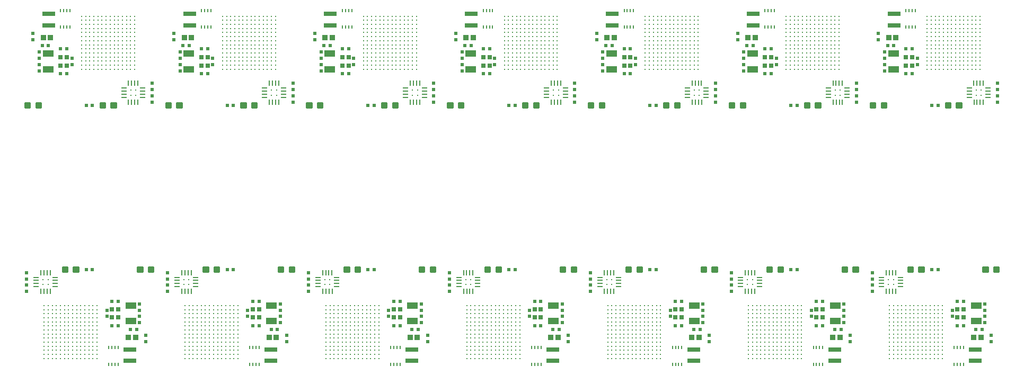
<source format=gtp>
G04 EAGLE Gerber RS-274X export*
G75*
%MOMM*%
%FSLAX34Y34*%
%LPD*%
%INSolderpaste Top*%
%IPPOS*%
%AMOC8*
5,1,8,0,0,1.08239X$1,22.5*%
G01*
%ADD10C,0.234000*%
%ADD11C,0.300000*%
%ADD12R,0.600000X0.600000*%
%ADD13R,1.800000X1.000000*%
%ADD14R,0.250000X0.600000*%
%ADD15R,0.700000X0.750000*%
%ADD16R,0.850000X0.900000*%
%ADD17R,0.200000X0.200000*%
%ADD18R,0.240000X0.850000*%
%ADD19R,0.850000X0.240000*%
%ADD20R,2.000000X0.800000*%


D10*
X37750Y75751D03*
X37750Y82251D03*
X44250Y75751D03*
X44250Y82251D03*
X37750Y88751D03*
X37750Y95251D03*
X44250Y88751D03*
X44250Y95251D03*
X37750Y101751D03*
X37750Y108251D03*
X44250Y101751D03*
X44250Y108251D03*
X37750Y114751D03*
X37750Y121251D03*
X44250Y114751D03*
X44250Y121251D03*
X37750Y127751D03*
X44250Y127751D03*
X37750Y134251D03*
X37750Y140751D03*
X44250Y134251D03*
X44250Y140751D03*
X37750Y147251D03*
X37750Y153751D03*
X44250Y147251D03*
X44250Y153751D03*
X37750Y160251D03*
X44250Y160251D03*
X50750Y75751D03*
X57250Y75751D03*
X63750Y75751D03*
X70250Y75751D03*
X76750Y75751D03*
X83250Y75751D03*
X89750Y75751D03*
X96250Y75751D03*
X102750Y75751D03*
X109250Y75751D03*
X115750Y75751D03*
X122250Y75751D03*
X50750Y82251D03*
X57250Y82251D03*
X63750Y82251D03*
X70250Y82251D03*
X76750Y82251D03*
X83250Y82251D03*
X89750Y82251D03*
X96250Y82251D03*
X102750Y82251D03*
X109250Y82251D03*
X115750Y82251D03*
X122250Y82251D03*
X50750Y88751D03*
X57250Y88751D03*
X63750Y88751D03*
X70250Y88751D03*
X76750Y88751D03*
X83250Y88751D03*
X89750Y88751D03*
X96250Y88751D03*
X102750Y88751D03*
X109250Y88751D03*
X115750Y88751D03*
X122250Y88751D03*
X50750Y95251D03*
X57250Y95251D03*
X63750Y95251D03*
X70250Y95251D03*
X76750Y95251D03*
X83250Y95251D03*
X89750Y95251D03*
X96250Y95251D03*
X102750Y95251D03*
X109250Y95251D03*
X115750Y95251D03*
X122250Y95251D03*
X50750Y101751D03*
X57250Y101751D03*
X63750Y101751D03*
X70250Y101751D03*
X76750Y101751D03*
X83250Y101751D03*
X89750Y101751D03*
X96250Y101751D03*
X102750Y101751D03*
X109250Y101751D03*
X115750Y101751D03*
X122250Y101751D03*
X50750Y108251D03*
X57250Y108251D03*
X63750Y108251D03*
X70250Y108251D03*
X76750Y108251D03*
X83250Y108251D03*
X89750Y108251D03*
X96250Y108251D03*
X102750Y108251D03*
X109250Y108251D03*
X115750Y108251D03*
X122250Y108251D03*
X50750Y114751D03*
X57250Y114751D03*
X63750Y114751D03*
X70250Y114751D03*
X76750Y114751D03*
X83250Y114751D03*
X89750Y114751D03*
X96250Y114751D03*
X102750Y114751D03*
X109250Y114751D03*
X115750Y114751D03*
X122250Y114751D03*
X50750Y121251D03*
X57250Y121251D03*
X63750Y121251D03*
X70250Y121251D03*
X76750Y121251D03*
X83250Y121251D03*
X89750Y121251D03*
X96250Y121251D03*
X102750Y121251D03*
X109250Y121251D03*
X115750Y121251D03*
X122250Y121251D03*
X50750Y127751D03*
X57250Y127751D03*
X63750Y127751D03*
X70250Y127751D03*
X76750Y127751D03*
X83250Y127751D03*
X89750Y127751D03*
X96250Y127751D03*
X102750Y127751D03*
X109250Y127751D03*
X115750Y127751D03*
X122250Y127751D03*
X50750Y134251D03*
X57250Y134251D03*
X63750Y134251D03*
X70250Y134251D03*
X76750Y134251D03*
X83250Y134251D03*
X89750Y134251D03*
X96250Y134251D03*
X102750Y134251D03*
X109250Y134251D03*
X115750Y134251D03*
X122250Y134251D03*
X50750Y140751D03*
X57250Y140751D03*
X63750Y140751D03*
X70250Y140751D03*
X76750Y140751D03*
X83250Y140751D03*
X89750Y140751D03*
X96250Y140751D03*
X102750Y140751D03*
X109250Y140751D03*
X115750Y140751D03*
X122250Y140751D03*
X50750Y147251D03*
X57250Y147251D03*
X63750Y147251D03*
X70250Y147251D03*
X76750Y147251D03*
X83250Y147251D03*
X89750Y147251D03*
X96250Y147251D03*
X102750Y147251D03*
X109250Y147251D03*
X115750Y147251D03*
X122250Y147251D03*
X50750Y153751D03*
X57250Y153751D03*
X63750Y153751D03*
X70250Y153751D03*
X76750Y153751D03*
X83250Y153751D03*
X89750Y153751D03*
X96250Y153751D03*
X102750Y153751D03*
X109250Y153751D03*
X115750Y153751D03*
X122250Y153751D03*
X50750Y160251D03*
X57250Y160251D03*
X63750Y160251D03*
X70250Y160251D03*
X76750Y160251D03*
X83250Y160251D03*
X89750Y160251D03*
X96250Y160251D03*
X102750Y160251D03*
X109250Y160251D03*
X115750Y160251D03*
X122250Y160251D03*
D11*
X194730Y214501D02*
X194730Y221501D01*
X194730Y214501D02*
X187730Y214501D01*
X187730Y221501D01*
X194730Y221501D01*
X194730Y217351D02*
X187730Y217351D01*
X187730Y220201D02*
X194730Y220201D01*
X212270Y221501D02*
X212270Y214501D01*
X205270Y214501D01*
X205270Y221501D01*
X212270Y221501D01*
X212270Y217351D02*
X205270Y217351D01*
X205270Y220201D02*
X212270Y220201D01*
D12*
X200000Y113001D03*
X200000Y103001D03*
D13*
X176000Y160501D03*
X176000Y135501D03*
D14*
X156080Y93151D03*
X151080Y93151D03*
X146080Y93151D03*
X141080Y93151D03*
X146080Y66651D03*
X141080Y66651D03*
X151080Y66651D03*
X156080Y66651D03*
D12*
X190000Y163001D03*
X190000Y153001D03*
X190000Y133001D03*
X190000Y143001D03*
X138000Y153001D03*
X138000Y143001D03*
X146000Y128001D03*
X156000Y128001D03*
X146000Y167001D03*
X156000Y167001D03*
D15*
X146000Y141251D03*
X146000Y154751D03*
X156000Y154751D03*
X156000Y141251D03*
D12*
X10000Y193001D03*
X10000Y183001D03*
D16*
X183600Y109601D03*
X172000Y109601D03*
D12*
X185340Y122301D03*
X175340Y122301D03*
D17*
X44000Y194001D03*
X44000Y202001D03*
X36000Y202001D03*
X36000Y194001D03*
D18*
X47550Y183001D03*
X42550Y183001D03*
X37550Y183001D03*
X32550Y183001D03*
D19*
X55000Y205551D03*
X55000Y200551D03*
X55000Y195551D03*
X55000Y190551D03*
D18*
X32450Y213001D03*
X37450Y213001D03*
X42450Y213001D03*
X47450Y213001D03*
D19*
X25000Y205551D03*
X25000Y200551D03*
X25000Y195551D03*
X25000Y190551D03*
D12*
X115000Y218001D03*
X105000Y218001D03*
D11*
X85270Y214501D02*
X85270Y221501D01*
X92270Y221501D01*
X92270Y214501D01*
X85270Y214501D01*
X85270Y217351D02*
X92270Y217351D01*
X92270Y220201D02*
X85270Y220201D01*
X67730Y221501D02*
X67730Y214501D01*
X67730Y221501D02*
X74730Y221501D01*
X74730Y214501D01*
X67730Y214501D01*
X67730Y217351D02*
X74730Y217351D01*
X74730Y220201D02*
X67730Y220201D01*
D12*
X10000Y203001D03*
X10000Y213001D03*
D20*
X175000Y72001D03*
X175000Y90001D03*
D10*
X262819Y75751D03*
X262819Y82251D03*
X269319Y75751D03*
X269319Y82251D03*
X262819Y88751D03*
X262819Y95251D03*
X269319Y88751D03*
X269319Y95251D03*
X262819Y101751D03*
X262819Y108251D03*
X269319Y101751D03*
X269319Y108251D03*
X262819Y114751D03*
X262819Y121251D03*
X269319Y114751D03*
X269319Y121251D03*
X262819Y127751D03*
X269319Y127751D03*
X262819Y134251D03*
X262819Y140751D03*
X269319Y134251D03*
X269319Y140751D03*
X262819Y147251D03*
X262819Y153751D03*
X269319Y147251D03*
X269319Y153751D03*
X262819Y160251D03*
X269319Y160251D03*
X275819Y75751D03*
X282319Y75751D03*
X288819Y75751D03*
X295319Y75751D03*
X301819Y75751D03*
X308319Y75751D03*
X314819Y75751D03*
X321319Y75751D03*
X327819Y75751D03*
X334319Y75751D03*
X340819Y75751D03*
X347319Y75751D03*
X275819Y82251D03*
X282319Y82251D03*
X288819Y82251D03*
X295319Y82251D03*
X301819Y82251D03*
X308319Y82251D03*
X314819Y82251D03*
X321319Y82251D03*
X327819Y82251D03*
X334319Y82251D03*
X340819Y82251D03*
X347319Y82251D03*
X275819Y88751D03*
X282319Y88751D03*
X288819Y88751D03*
X295319Y88751D03*
X301819Y88751D03*
X308319Y88751D03*
X314819Y88751D03*
X321319Y88751D03*
X327819Y88751D03*
X334319Y88751D03*
X340819Y88751D03*
X347319Y88751D03*
X275819Y95251D03*
X282319Y95251D03*
X288819Y95251D03*
X295319Y95251D03*
X301819Y95251D03*
X308319Y95251D03*
X314819Y95251D03*
X321319Y95251D03*
X327819Y95251D03*
X334319Y95251D03*
X340819Y95251D03*
X347319Y95251D03*
X275819Y101751D03*
X282319Y101751D03*
X288819Y101751D03*
X295319Y101751D03*
X301819Y101751D03*
X308319Y101751D03*
X314819Y101751D03*
X321319Y101751D03*
X327819Y101751D03*
X334319Y101751D03*
X340819Y101751D03*
X347319Y101751D03*
X275819Y108251D03*
X282319Y108251D03*
X288819Y108251D03*
X295319Y108251D03*
X301819Y108251D03*
X308319Y108251D03*
X314819Y108251D03*
X321319Y108251D03*
X327819Y108251D03*
X334319Y108251D03*
X340819Y108251D03*
X347319Y108251D03*
X275819Y114751D03*
X282319Y114751D03*
X288819Y114751D03*
X295319Y114751D03*
X301819Y114751D03*
X308319Y114751D03*
X314819Y114751D03*
X321319Y114751D03*
X327819Y114751D03*
X334319Y114751D03*
X340819Y114751D03*
X347319Y114751D03*
X275819Y121251D03*
X282319Y121251D03*
X288819Y121251D03*
X295319Y121251D03*
X301819Y121251D03*
X308319Y121251D03*
X314819Y121251D03*
X321319Y121251D03*
X327819Y121251D03*
X334319Y121251D03*
X340819Y121251D03*
X347319Y121251D03*
X275819Y127751D03*
X282319Y127751D03*
X288819Y127751D03*
X295319Y127751D03*
X301819Y127751D03*
X308319Y127751D03*
X314819Y127751D03*
X321319Y127751D03*
X327819Y127751D03*
X334319Y127751D03*
X340819Y127751D03*
X347319Y127751D03*
X275819Y134251D03*
X282319Y134251D03*
X288819Y134251D03*
X295319Y134251D03*
X301819Y134251D03*
X308319Y134251D03*
X314819Y134251D03*
X321319Y134251D03*
X327819Y134251D03*
X334319Y134251D03*
X340819Y134251D03*
X347319Y134251D03*
X275819Y140751D03*
X282319Y140751D03*
X288819Y140751D03*
X295319Y140751D03*
X301819Y140751D03*
X308319Y140751D03*
X314819Y140751D03*
X321319Y140751D03*
X327819Y140751D03*
X334319Y140751D03*
X340819Y140751D03*
X347319Y140751D03*
X275819Y147251D03*
X282319Y147251D03*
X288819Y147251D03*
X295319Y147251D03*
X301819Y147251D03*
X308319Y147251D03*
X314819Y147251D03*
X321319Y147251D03*
X327819Y147251D03*
X334319Y147251D03*
X340819Y147251D03*
X347319Y147251D03*
X275819Y153751D03*
X282319Y153751D03*
X288819Y153751D03*
X295319Y153751D03*
X301819Y153751D03*
X308319Y153751D03*
X314819Y153751D03*
X321319Y153751D03*
X327819Y153751D03*
X334319Y153751D03*
X340819Y153751D03*
X347319Y153751D03*
X275819Y160251D03*
X282319Y160251D03*
X288819Y160251D03*
X295319Y160251D03*
X301819Y160251D03*
X308319Y160251D03*
X314819Y160251D03*
X321319Y160251D03*
X327819Y160251D03*
X334319Y160251D03*
X340819Y160251D03*
X347319Y160251D03*
D11*
X419799Y214501D02*
X419799Y221501D01*
X419799Y214501D02*
X412799Y214501D01*
X412799Y221501D01*
X419799Y221501D01*
X419799Y217351D02*
X412799Y217351D01*
X412799Y220201D02*
X419799Y220201D01*
X437339Y221501D02*
X437339Y214501D01*
X430339Y214501D01*
X430339Y221501D01*
X437339Y221501D01*
X437339Y217351D02*
X430339Y217351D01*
X430339Y220201D02*
X437339Y220201D01*
D12*
X425069Y113001D03*
X425069Y103001D03*
D13*
X401069Y160501D03*
X401069Y135501D03*
D14*
X381149Y93151D03*
X376149Y93151D03*
X371149Y93151D03*
X366149Y93151D03*
X371149Y66651D03*
X366149Y66651D03*
X376149Y66651D03*
X381149Y66651D03*
D12*
X415069Y163001D03*
X415069Y153001D03*
X415069Y133001D03*
X415069Y143001D03*
X363069Y153001D03*
X363069Y143001D03*
X371069Y128001D03*
X381069Y128001D03*
X371069Y167001D03*
X381069Y167001D03*
D15*
X371069Y141251D03*
X371069Y154751D03*
X381069Y154751D03*
X381069Y141251D03*
D12*
X235069Y193001D03*
X235069Y183001D03*
D16*
X408669Y109601D03*
X397069Y109601D03*
D12*
X410409Y122301D03*
X400409Y122301D03*
D17*
X269069Y194001D03*
X269069Y202001D03*
X261069Y202001D03*
X261069Y194001D03*
D18*
X272619Y183001D03*
X267619Y183001D03*
X262619Y183001D03*
X257619Y183001D03*
D19*
X280069Y205551D03*
X280069Y200551D03*
X280069Y195551D03*
X280069Y190551D03*
D18*
X257519Y213001D03*
X262519Y213001D03*
X267519Y213001D03*
X272519Y213001D03*
D19*
X250069Y205551D03*
X250069Y200551D03*
X250069Y195551D03*
X250069Y190551D03*
D12*
X340069Y218001D03*
X330069Y218001D03*
D11*
X310339Y214501D02*
X310339Y221501D01*
X317339Y221501D01*
X317339Y214501D01*
X310339Y214501D01*
X310339Y217351D02*
X317339Y217351D01*
X317339Y220201D02*
X310339Y220201D01*
X292799Y221501D02*
X292799Y214501D01*
X292799Y221501D02*
X299799Y221501D01*
X299799Y214501D01*
X292799Y214501D01*
X292799Y217351D02*
X299799Y217351D01*
X299799Y220201D02*
X292799Y220201D01*
D12*
X235069Y203001D03*
X235069Y213001D03*
D20*
X400069Y72001D03*
X400069Y90001D03*
D10*
X487914Y75751D03*
X487914Y82251D03*
X494414Y75751D03*
X494414Y82251D03*
X487914Y88751D03*
X487914Y95251D03*
X494414Y88751D03*
X494414Y95251D03*
X487914Y101751D03*
X487914Y108251D03*
X494414Y101751D03*
X494414Y108251D03*
X487914Y114751D03*
X487914Y121251D03*
X494414Y114751D03*
X494414Y121251D03*
X487914Y127751D03*
X494414Y127751D03*
X487914Y134251D03*
X487914Y140751D03*
X494414Y134251D03*
X494414Y140751D03*
X487914Y147251D03*
X487914Y153751D03*
X494414Y147251D03*
X494414Y153751D03*
X487914Y160251D03*
X494414Y160251D03*
X500914Y75751D03*
X507414Y75751D03*
X513914Y75751D03*
X520414Y75751D03*
X526914Y75751D03*
X533414Y75751D03*
X539914Y75751D03*
X546414Y75751D03*
X552914Y75751D03*
X559414Y75751D03*
X565914Y75751D03*
X572414Y75751D03*
X500914Y82251D03*
X507414Y82251D03*
X513914Y82251D03*
X520414Y82251D03*
X526914Y82251D03*
X533414Y82251D03*
X539914Y82251D03*
X546414Y82251D03*
X552914Y82251D03*
X559414Y82251D03*
X565914Y82251D03*
X572414Y82251D03*
X500914Y88751D03*
X507414Y88751D03*
X513914Y88751D03*
X520414Y88751D03*
X526914Y88751D03*
X533414Y88751D03*
X539914Y88751D03*
X546414Y88751D03*
X552914Y88751D03*
X559414Y88751D03*
X565914Y88751D03*
X572414Y88751D03*
X500914Y95251D03*
X507414Y95251D03*
X513914Y95251D03*
X520414Y95251D03*
X526914Y95251D03*
X533414Y95251D03*
X539914Y95251D03*
X546414Y95251D03*
X552914Y95251D03*
X559414Y95251D03*
X565914Y95251D03*
X572414Y95251D03*
X500914Y101751D03*
X507414Y101751D03*
X513914Y101751D03*
X520414Y101751D03*
X526914Y101751D03*
X533414Y101751D03*
X539914Y101751D03*
X546414Y101751D03*
X552914Y101751D03*
X559414Y101751D03*
X565914Y101751D03*
X572414Y101751D03*
X500914Y108251D03*
X507414Y108251D03*
X513914Y108251D03*
X520414Y108251D03*
X526914Y108251D03*
X533414Y108251D03*
X539914Y108251D03*
X546414Y108251D03*
X552914Y108251D03*
X559414Y108251D03*
X565914Y108251D03*
X572414Y108251D03*
X500914Y114751D03*
X507414Y114751D03*
X513914Y114751D03*
X520414Y114751D03*
X526914Y114751D03*
X533414Y114751D03*
X539914Y114751D03*
X546414Y114751D03*
X552914Y114751D03*
X559414Y114751D03*
X565914Y114751D03*
X572414Y114751D03*
X500914Y121251D03*
X507414Y121251D03*
X513914Y121251D03*
X520414Y121251D03*
X526914Y121251D03*
X533414Y121251D03*
X539914Y121251D03*
X546414Y121251D03*
X552914Y121251D03*
X559414Y121251D03*
X565914Y121251D03*
X572414Y121251D03*
X500914Y127751D03*
X507414Y127751D03*
X513914Y127751D03*
X520414Y127751D03*
X526914Y127751D03*
X533414Y127751D03*
X539914Y127751D03*
X546414Y127751D03*
X552914Y127751D03*
X559414Y127751D03*
X565914Y127751D03*
X572414Y127751D03*
X500914Y134251D03*
X507414Y134251D03*
X513914Y134251D03*
X520414Y134251D03*
X526914Y134251D03*
X533414Y134251D03*
X539914Y134251D03*
X546414Y134251D03*
X552914Y134251D03*
X559414Y134251D03*
X565914Y134251D03*
X572414Y134251D03*
X500914Y140751D03*
X507414Y140751D03*
X513914Y140751D03*
X520414Y140751D03*
X526914Y140751D03*
X533414Y140751D03*
X539914Y140751D03*
X546414Y140751D03*
X552914Y140751D03*
X559414Y140751D03*
X565914Y140751D03*
X572414Y140751D03*
X500914Y147251D03*
X507414Y147251D03*
X513914Y147251D03*
X520414Y147251D03*
X526914Y147251D03*
X533414Y147251D03*
X539914Y147251D03*
X546414Y147251D03*
X552914Y147251D03*
X559414Y147251D03*
X565914Y147251D03*
X572414Y147251D03*
X500914Y153751D03*
X507414Y153751D03*
X513914Y153751D03*
X520414Y153751D03*
X526914Y153751D03*
X533414Y153751D03*
X539914Y153751D03*
X546414Y153751D03*
X552914Y153751D03*
X559414Y153751D03*
X565914Y153751D03*
X572414Y153751D03*
X500914Y160251D03*
X507414Y160251D03*
X513914Y160251D03*
X520414Y160251D03*
X526914Y160251D03*
X533414Y160251D03*
X539914Y160251D03*
X546414Y160251D03*
X552914Y160251D03*
X559414Y160251D03*
X565914Y160251D03*
X572414Y160251D03*
D11*
X644894Y214501D02*
X644894Y221501D01*
X644894Y214501D02*
X637894Y214501D01*
X637894Y221501D01*
X644894Y221501D01*
X644894Y217351D02*
X637894Y217351D01*
X637894Y220201D02*
X644894Y220201D01*
X662434Y221501D02*
X662434Y214501D01*
X655434Y214501D01*
X655434Y221501D01*
X662434Y221501D01*
X662434Y217351D02*
X655434Y217351D01*
X655434Y220201D02*
X662434Y220201D01*
D12*
X650164Y113001D03*
X650164Y103001D03*
D13*
X626164Y160501D03*
X626164Y135501D03*
D14*
X606244Y93151D03*
X601244Y93151D03*
X596244Y93151D03*
X591244Y93151D03*
X596244Y66651D03*
X591244Y66651D03*
X601244Y66651D03*
X606244Y66651D03*
D12*
X640164Y163001D03*
X640164Y153001D03*
X640164Y133001D03*
X640164Y143001D03*
X588164Y153001D03*
X588164Y143001D03*
X596164Y128001D03*
X606164Y128001D03*
X596164Y167001D03*
X606164Y167001D03*
D15*
X596164Y141251D03*
X596164Y154751D03*
X606164Y154751D03*
X606164Y141251D03*
D12*
X460164Y193001D03*
X460164Y183001D03*
D16*
X633764Y109601D03*
X622164Y109601D03*
D12*
X635504Y122301D03*
X625504Y122301D03*
D17*
X494164Y194001D03*
X494164Y202001D03*
X486164Y202001D03*
X486164Y194001D03*
D18*
X497714Y183001D03*
X492714Y183001D03*
X487714Y183001D03*
X482714Y183001D03*
D19*
X505164Y205551D03*
X505164Y200551D03*
X505164Y195551D03*
X505164Y190551D03*
D18*
X482614Y213001D03*
X487614Y213001D03*
X492614Y213001D03*
X497614Y213001D03*
D19*
X475164Y205551D03*
X475164Y200551D03*
X475164Y195551D03*
X475164Y190551D03*
D12*
X565164Y218001D03*
X555164Y218001D03*
D11*
X535434Y214501D02*
X535434Y221501D01*
X542434Y221501D01*
X542434Y214501D01*
X535434Y214501D01*
X535434Y217351D02*
X542434Y217351D01*
X542434Y220201D02*
X535434Y220201D01*
X517894Y221501D02*
X517894Y214501D01*
X517894Y221501D02*
X524894Y221501D01*
X524894Y214501D01*
X517894Y214501D01*
X517894Y217351D02*
X524894Y217351D01*
X524894Y220201D02*
X517894Y220201D01*
D12*
X460164Y203001D03*
X460164Y213001D03*
D20*
X625164Y72001D03*
X625164Y90001D03*
D10*
X712984Y75751D03*
X712984Y82251D03*
X719484Y75751D03*
X719484Y82251D03*
X712984Y88751D03*
X712984Y95251D03*
X719484Y88751D03*
X719484Y95251D03*
X712984Y101751D03*
X712984Y108251D03*
X719484Y101751D03*
X719484Y108251D03*
X712984Y114751D03*
X712984Y121251D03*
X719484Y114751D03*
X719484Y121251D03*
X712984Y127751D03*
X719484Y127751D03*
X712984Y134251D03*
X712984Y140751D03*
X719484Y134251D03*
X719484Y140751D03*
X712984Y147251D03*
X712984Y153751D03*
X719484Y147251D03*
X719484Y153751D03*
X712984Y160251D03*
X719484Y160251D03*
X725984Y75751D03*
X732484Y75751D03*
X738984Y75751D03*
X745484Y75751D03*
X751984Y75751D03*
X758484Y75751D03*
X764984Y75751D03*
X771484Y75751D03*
X777984Y75751D03*
X784484Y75751D03*
X790984Y75751D03*
X797484Y75751D03*
X725984Y82251D03*
X732484Y82251D03*
X738984Y82251D03*
X745484Y82251D03*
X751984Y82251D03*
X758484Y82251D03*
X764984Y82251D03*
X771484Y82251D03*
X777984Y82251D03*
X784484Y82251D03*
X790984Y82251D03*
X797484Y82251D03*
X725984Y88751D03*
X732484Y88751D03*
X738984Y88751D03*
X745484Y88751D03*
X751984Y88751D03*
X758484Y88751D03*
X764984Y88751D03*
X771484Y88751D03*
X777984Y88751D03*
X784484Y88751D03*
X790984Y88751D03*
X797484Y88751D03*
X725984Y95251D03*
X732484Y95251D03*
X738984Y95251D03*
X745484Y95251D03*
X751984Y95251D03*
X758484Y95251D03*
X764984Y95251D03*
X771484Y95251D03*
X777984Y95251D03*
X784484Y95251D03*
X790984Y95251D03*
X797484Y95251D03*
X725984Y101751D03*
X732484Y101751D03*
X738984Y101751D03*
X745484Y101751D03*
X751984Y101751D03*
X758484Y101751D03*
X764984Y101751D03*
X771484Y101751D03*
X777984Y101751D03*
X784484Y101751D03*
X790984Y101751D03*
X797484Y101751D03*
X725984Y108251D03*
X732484Y108251D03*
X738984Y108251D03*
X745484Y108251D03*
X751984Y108251D03*
X758484Y108251D03*
X764984Y108251D03*
X771484Y108251D03*
X777984Y108251D03*
X784484Y108251D03*
X790984Y108251D03*
X797484Y108251D03*
X725984Y114751D03*
X732484Y114751D03*
X738984Y114751D03*
X745484Y114751D03*
X751984Y114751D03*
X758484Y114751D03*
X764984Y114751D03*
X771484Y114751D03*
X777984Y114751D03*
X784484Y114751D03*
X790984Y114751D03*
X797484Y114751D03*
X725984Y121251D03*
X732484Y121251D03*
X738984Y121251D03*
X745484Y121251D03*
X751984Y121251D03*
X758484Y121251D03*
X764984Y121251D03*
X771484Y121251D03*
X777984Y121251D03*
X784484Y121251D03*
X790984Y121251D03*
X797484Y121251D03*
X725984Y127751D03*
X732484Y127751D03*
X738984Y127751D03*
X745484Y127751D03*
X751984Y127751D03*
X758484Y127751D03*
X764984Y127751D03*
X771484Y127751D03*
X777984Y127751D03*
X784484Y127751D03*
X790984Y127751D03*
X797484Y127751D03*
X725984Y134251D03*
X732484Y134251D03*
X738984Y134251D03*
X745484Y134251D03*
X751984Y134251D03*
X758484Y134251D03*
X764984Y134251D03*
X771484Y134251D03*
X777984Y134251D03*
X784484Y134251D03*
X790984Y134251D03*
X797484Y134251D03*
X725984Y140751D03*
X732484Y140751D03*
X738984Y140751D03*
X745484Y140751D03*
X751984Y140751D03*
X758484Y140751D03*
X764984Y140751D03*
X771484Y140751D03*
X777984Y140751D03*
X784484Y140751D03*
X790984Y140751D03*
X797484Y140751D03*
X725984Y147251D03*
X732484Y147251D03*
X738984Y147251D03*
X745484Y147251D03*
X751984Y147251D03*
X758484Y147251D03*
X764984Y147251D03*
X771484Y147251D03*
X777984Y147251D03*
X784484Y147251D03*
X790984Y147251D03*
X797484Y147251D03*
X725984Y153751D03*
X732484Y153751D03*
X738984Y153751D03*
X745484Y153751D03*
X751984Y153751D03*
X758484Y153751D03*
X764984Y153751D03*
X771484Y153751D03*
X777984Y153751D03*
X784484Y153751D03*
X790984Y153751D03*
X797484Y153751D03*
X725984Y160251D03*
X732484Y160251D03*
X738984Y160251D03*
X745484Y160251D03*
X751984Y160251D03*
X758484Y160251D03*
X764984Y160251D03*
X771484Y160251D03*
X777984Y160251D03*
X784484Y160251D03*
X790984Y160251D03*
X797484Y160251D03*
D11*
X869964Y214501D02*
X869964Y221501D01*
X869964Y214501D02*
X862964Y214501D01*
X862964Y221501D01*
X869964Y221501D01*
X869964Y217351D02*
X862964Y217351D01*
X862964Y220201D02*
X869964Y220201D01*
X887504Y221501D02*
X887504Y214501D01*
X880504Y214501D01*
X880504Y221501D01*
X887504Y221501D01*
X887504Y217351D02*
X880504Y217351D01*
X880504Y220201D02*
X887504Y220201D01*
D12*
X875234Y113001D03*
X875234Y103001D03*
D13*
X851234Y160501D03*
X851234Y135501D03*
D14*
X831314Y93151D03*
X826314Y93151D03*
X821314Y93151D03*
X816314Y93151D03*
X821314Y66651D03*
X816314Y66651D03*
X826314Y66651D03*
X831314Y66651D03*
D12*
X865234Y163001D03*
X865234Y153001D03*
X865234Y133001D03*
X865234Y143001D03*
X813234Y153001D03*
X813234Y143001D03*
X821234Y128001D03*
X831234Y128001D03*
X821234Y167001D03*
X831234Y167001D03*
D15*
X821234Y141251D03*
X821234Y154751D03*
X831234Y154751D03*
X831234Y141251D03*
D12*
X685234Y193001D03*
X685234Y183001D03*
D16*
X858834Y109601D03*
X847234Y109601D03*
D12*
X860574Y122301D03*
X850574Y122301D03*
D17*
X719234Y194001D03*
X719234Y202001D03*
X711234Y202001D03*
X711234Y194001D03*
D18*
X722784Y183001D03*
X717784Y183001D03*
X712784Y183001D03*
X707784Y183001D03*
D19*
X730234Y205551D03*
X730234Y200551D03*
X730234Y195551D03*
X730234Y190551D03*
D18*
X707684Y213001D03*
X712684Y213001D03*
X717684Y213001D03*
X722684Y213001D03*
D19*
X700234Y205551D03*
X700234Y200551D03*
X700234Y195551D03*
X700234Y190551D03*
D12*
X790234Y218001D03*
X780234Y218001D03*
D11*
X760504Y214501D02*
X760504Y221501D01*
X767504Y221501D01*
X767504Y214501D01*
X760504Y214501D01*
X760504Y217351D02*
X767504Y217351D01*
X767504Y220201D02*
X760504Y220201D01*
X742964Y221501D02*
X742964Y214501D01*
X742964Y221501D02*
X749964Y221501D01*
X749964Y214501D01*
X742964Y214501D01*
X742964Y217351D02*
X749964Y217351D01*
X749964Y220201D02*
X742964Y220201D01*
D12*
X685234Y203001D03*
X685234Y213001D03*
D20*
X850234Y72001D03*
X850234Y90001D03*
D10*
X938078Y75751D03*
X938078Y82251D03*
X944578Y75751D03*
X944578Y82251D03*
X938078Y88751D03*
X938078Y95251D03*
X944578Y88751D03*
X944578Y95251D03*
X938078Y101751D03*
X938078Y108251D03*
X944578Y101751D03*
X944578Y108251D03*
X938078Y114751D03*
X938078Y121251D03*
X944578Y114751D03*
X944578Y121251D03*
X938078Y127751D03*
X944578Y127751D03*
X938078Y134251D03*
X938078Y140751D03*
X944578Y134251D03*
X944578Y140751D03*
X938078Y147251D03*
X938078Y153751D03*
X944578Y147251D03*
X944578Y153751D03*
X938078Y160251D03*
X944578Y160251D03*
X951078Y75751D03*
X957578Y75751D03*
X964078Y75751D03*
X970578Y75751D03*
X977078Y75751D03*
X983578Y75751D03*
X990078Y75751D03*
X996578Y75751D03*
X1003078Y75751D03*
X1009578Y75751D03*
X1016078Y75751D03*
X1022578Y75751D03*
X951078Y82251D03*
X957578Y82251D03*
X964078Y82251D03*
X970578Y82251D03*
X977078Y82251D03*
X983578Y82251D03*
X990078Y82251D03*
X996578Y82251D03*
X1003078Y82251D03*
X1009578Y82251D03*
X1016078Y82251D03*
X1022578Y82251D03*
X951078Y88751D03*
X957578Y88751D03*
X964078Y88751D03*
X970578Y88751D03*
X977078Y88751D03*
X983578Y88751D03*
X990078Y88751D03*
X996578Y88751D03*
X1003078Y88751D03*
X1009578Y88751D03*
X1016078Y88751D03*
X1022578Y88751D03*
X951078Y95251D03*
X957578Y95251D03*
X964078Y95251D03*
X970578Y95251D03*
X977078Y95251D03*
X983578Y95251D03*
X990078Y95251D03*
X996578Y95251D03*
X1003078Y95251D03*
X1009578Y95251D03*
X1016078Y95251D03*
X1022578Y95251D03*
X951078Y101751D03*
X957578Y101751D03*
X964078Y101751D03*
X970578Y101751D03*
X977078Y101751D03*
X983578Y101751D03*
X990078Y101751D03*
X996578Y101751D03*
X1003078Y101751D03*
X1009578Y101751D03*
X1016078Y101751D03*
X1022578Y101751D03*
X951078Y108251D03*
X957578Y108251D03*
X964078Y108251D03*
X970578Y108251D03*
X977078Y108251D03*
X983578Y108251D03*
X990078Y108251D03*
X996578Y108251D03*
X1003078Y108251D03*
X1009578Y108251D03*
X1016078Y108251D03*
X1022578Y108251D03*
X951078Y114751D03*
X957578Y114751D03*
X964078Y114751D03*
X970578Y114751D03*
X977078Y114751D03*
X983578Y114751D03*
X990078Y114751D03*
X996578Y114751D03*
X1003078Y114751D03*
X1009578Y114751D03*
X1016078Y114751D03*
X1022578Y114751D03*
X951078Y121251D03*
X957578Y121251D03*
X964078Y121251D03*
X970578Y121251D03*
X977078Y121251D03*
X983578Y121251D03*
X990078Y121251D03*
X996578Y121251D03*
X1003078Y121251D03*
X1009578Y121251D03*
X1016078Y121251D03*
X1022578Y121251D03*
X951078Y127751D03*
X957578Y127751D03*
X964078Y127751D03*
X970578Y127751D03*
X977078Y127751D03*
X983578Y127751D03*
X990078Y127751D03*
X996578Y127751D03*
X1003078Y127751D03*
X1009578Y127751D03*
X1016078Y127751D03*
X1022578Y127751D03*
X951078Y134251D03*
X957578Y134251D03*
X964078Y134251D03*
X970578Y134251D03*
X977078Y134251D03*
X983578Y134251D03*
X990078Y134251D03*
X996578Y134251D03*
X1003078Y134251D03*
X1009578Y134251D03*
X1016078Y134251D03*
X1022578Y134251D03*
X951078Y140751D03*
X957578Y140751D03*
X964078Y140751D03*
X970578Y140751D03*
X977078Y140751D03*
X983578Y140751D03*
X990078Y140751D03*
X996578Y140751D03*
X1003078Y140751D03*
X1009578Y140751D03*
X1016078Y140751D03*
X1022578Y140751D03*
X951078Y147251D03*
X957578Y147251D03*
X964078Y147251D03*
X970578Y147251D03*
X977078Y147251D03*
X983578Y147251D03*
X990078Y147251D03*
X996578Y147251D03*
X1003078Y147251D03*
X1009578Y147251D03*
X1016078Y147251D03*
X1022578Y147251D03*
X951078Y153751D03*
X957578Y153751D03*
X964078Y153751D03*
X970578Y153751D03*
X977078Y153751D03*
X983578Y153751D03*
X990078Y153751D03*
X996578Y153751D03*
X1003078Y153751D03*
X1009578Y153751D03*
X1016078Y153751D03*
X1022578Y153751D03*
X951078Y160251D03*
X957578Y160251D03*
X964078Y160251D03*
X970578Y160251D03*
X977078Y160251D03*
X983578Y160251D03*
X990078Y160251D03*
X996578Y160251D03*
X1003078Y160251D03*
X1009578Y160251D03*
X1016078Y160251D03*
X1022578Y160251D03*
D11*
X1095058Y214501D02*
X1095058Y221501D01*
X1095058Y214501D02*
X1088058Y214501D01*
X1088058Y221501D01*
X1095058Y221501D01*
X1095058Y217351D02*
X1088058Y217351D01*
X1088058Y220201D02*
X1095058Y220201D01*
X1112598Y221501D02*
X1112598Y214501D01*
X1105598Y214501D01*
X1105598Y221501D01*
X1112598Y221501D01*
X1112598Y217351D02*
X1105598Y217351D01*
X1105598Y220201D02*
X1112598Y220201D01*
D12*
X1100328Y113001D03*
X1100328Y103001D03*
D13*
X1076328Y160501D03*
X1076328Y135501D03*
D14*
X1056408Y93151D03*
X1051408Y93151D03*
X1046408Y93151D03*
X1041408Y93151D03*
X1046408Y66651D03*
X1041408Y66651D03*
X1051408Y66651D03*
X1056408Y66651D03*
D12*
X1090328Y163001D03*
X1090328Y153001D03*
X1090328Y133001D03*
X1090328Y143001D03*
X1038328Y153001D03*
X1038328Y143001D03*
X1046328Y128001D03*
X1056328Y128001D03*
X1046328Y167001D03*
X1056328Y167001D03*
D15*
X1046328Y141251D03*
X1046328Y154751D03*
X1056328Y154751D03*
X1056328Y141251D03*
D12*
X910328Y193001D03*
X910328Y183001D03*
D16*
X1083928Y109601D03*
X1072328Y109601D03*
D12*
X1085668Y122301D03*
X1075668Y122301D03*
D17*
X944328Y194001D03*
X944328Y202001D03*
X936328Y202001D03*
X936328Y194001D03*
D18*
X947878Y183001D03*
X942878Y183001D03*
X937878Y183001D03*
X932878Y183001D03*
D19*
X955328Y205551D03*
X955328Y200551D03*
X955328Y195551D03*
X955328Y190551D03*
D18*
X932778Y213001D03*
X937778Y213001D03*
X942778Y213001D03*
X947778Y213001D03*
D19*
X925328Y205551D03*
X925328Y200551D03*
X925328Y195551D03*
X925328Y190551D03*
D12*
X1015328Y218001D03*
X1005328Y218001D03*
D11*
X985598Y214501D02*
X985598Y221501D01*
X992598Y221501D01*
X992598Y214501D01*
X985598Y214501D01*
X985598Y217351D02*
X992598Y217351D01*
X992598Y220201D02*
X985598Y220201D01*
X968058Y221501D02*
X968058Y214501D01*
X968058Y221501D02*
X975058Y221501D01*
X975058Y214501D01*
X968058Y214501D01*
X968058Y217351D02*
X975058Y217351D01*
X975058Y220201D02*
X968058Y220201D01*
D12*
X910328Y203001D03*
X910328Y213001D03*
D20*
X1075328Y72001D03*
X1075328Y90001D03*
D10*
X1163148Y75751D03*
X1163148Y82251D03*
X1169648Y75751D03*
X1169648Y82251D03*
X1163148Y88751D03*
X1163148Y95251D03*
X1169648Y88751D03*
X1169648Y95251D03*
X1163148Y101751D03*
X1163148Y108251D03*
X1169648Y101751D03*
X1169648Y108251D03*
X1163148Y114751D03*
X1163148Y121251D03*
X1169648Y114751D03*
X1169648Y121251D03*
X1163148Y127751D03*
X1169648Y127751D03*
X1163148Y134251D03*
X1163148Y140751D03*
X1169648Y134251D03*
X1169648Y140751D03*
X1163148Y147251D03*
X1163148Y153751D03*
X1169648Y147251D03*
X1169648Y153751D03*
X1163148Y160251D03*
X1169648Y160251D03*
X1176148Y75751D03*
X1182648Y75751D03*
X1189148Y75751D03*
X1195648Y75751D03*
X1202148Y75751D03*
X1208648Y75751D03*
X1215148Y75751D03*
X1221648Y75751D03*
X1228148Y75751D03*
X1234648Y75751D03*
X1241148Y75751D03*
X1247648Y75751D03*
X1176148Y82251D03*
X1182648Y82251D03*
X1189148Y82251D03*
X1195648Y82251D03*
X1202148Y82251D03*
X1208648Y82251D03*
X1215148Y82251D03*
X1221648Y82251D03*
X1228148Y82251D03*
X1234648Y82251D03*
X1241148Y82251D03*
X1247648Y82251D03*
X1176148Y88751D03*
X1182648Y88751D03*
X1189148Y88751D03*
X1195648Y88751D03*
X1202148Y88751D03*
X1208648Y88751D03*
X1215148Y88751D03*
X1221648Y88751D03*
X1228148Y88751D03*
X1234648Y88751D03*
X1241148Y88751D03*
X1247648Y88751D03*
X1176148Y95251D03*
X1182648Y95251D03*
X1189148Y95251D03*
X1195648Y95251D03*
X1202148Y95251D03*
X1208648Y95251D03*
X1215148Y95251D03*
X1221648Y95251D03*
X1228148Y95251D03*
X1234648Y95251D03*
X1241148Y95251D03*
X1247648Y95251D03*
X1176148Y101751D03*
X1182648Y101751D03*
X1189148Y101751D03*
X1195648Y101751D03*
X1202148Y101751D03*
X1208648Y101751D03*
X1215148Y101751D03*
X1221648Y101751D03*
X1228148Y101751D03*
X1234648Y101751D03*
X1241148Y101751D03*
X1247648Y101751D03*
X1176148Y108251D03*
X1182648Y108251D03*
X1189148Y108251D03*
X1195648Y108251D03*
X1202148Y108251D03*
X1208648Y108251D03*
X1215148Y108251D03*
X1221648Y108251D03*
X1228148Y108251D03*
X1234648Y108251D03*
X1241148Y108251D03*
X1247648Y108251D03*
X1176148Y114751D03*
X1182648Y114751D03*
X1189148Y114751D03*
X1195648Y114751D03*
X1202148Y114751D03*
X1208648Y114751D03*
X1215148Y114751D03*
X1221648Y114751D03*
X1228148Y114751D03*
X1234648Y114751D03*
X1241148Y114751D03*
X1247648Y114751D03*
X1176148Y121251D03*
X1182648Y121251D03*
X1189148Y121251D03*
X1195648Y121251D03*
X1202148Y121251D03*
X1208648Y121251D03*
X1215148Y121251D03*
X1221648Y121251D03*
X1228148Y121251D03*
X1234648Y121251D03*
X1241148Y121251D03*
X1247648Y121251D03*
X1176148Y127751D03*
X1182648Y127751D03*
X1189148Y127751D03*
X1195648Y127751D03*
X1202148Y127751D03*
X1208648Y127751D03*
X1215148Y127751D03*
X1221648Y127751D03*
X1228148Y127751D03*
X1234648Y127751D03*
X1241148Y127751D03*
X1247648Y127751D03*
X1176148Y134251D03*
X1182648Y134251D03*
X1189148Y134251D03*
X1195648Y134251D03*
X1202148Y134251D03*
X1208648Y134251D03*
X1215148Y134251D03*
X1221648Y134251D03*
X1228148Y134251D03*
X1234648Y134251D03*
X1241148Y134251D03*
X1247648Y134251D03*
X1176148Y140751D03*
X1182648Y140751D03*
X1189148Y140751D03*
X1195648Y140751D03*
X1202148Y140751D03*
X1208648Y140751D03*
X1215148Y140751D03*
X1221648Y140751D03*
X1228148Y140751D03*
X1234648Y140751D03*
X1241148Y140751D03*
X1247648Y140751D03*
X1176148Y147251D03*
X1182648Y147251D03*
X1189148Y147251D03*
X1195648Y147251D03*
X1202148Y147251D03*
X1208648Y147251D03*
X1215148Y147251D03*
X1221648Y147251D03*
X1228148Y147251D03*
X1234648Y147251D03*
X1241148Y147251D03*
X1247648Y147251D03*
X1176148Y153751D03*
X1182648Y153751D03*
X1189148Y153751D03*
X1195648Y153751D03*
X1202148Y153751D03*
X1208648Y153751D03*
X1215148Y153751D03*
X1221648Y153751D03*
X1228148Y153751D03*
X1234648Y153751D03*
X1241148Y153751D03*
X1247648Y153751D03*
X1176148Y160251D03*
X1182648Y160251D03*
X1189148Y160251D03*
X1195648Y160251D03*
X1202148Y160251D03*
X1208648Y160251D03*
X1215148Y160251D03*
X1221648Y160251D03*
X1228148Y160251D03*
X1234648Y160251D03*
X1241148Y160251D03*
X1247648Y160251D03*
D11*
X1320128Y214501D02*
X1320128Y221501D01*
X1320128Y214501D02*
X1313128Y214501D01*
X1313128Y221501D01*
X1320128Y221501D01*
X1320128Y217351D02*
X1313128Y217351D01*
X1313128Y220201D02*
X1320128Y220201D01*
X1337668Y221501D02*
X1337668Y214501D01*
X1330668Y214501D01*
X1330668Y221501D01*
X1337668Y221501D01*
X1337668Y217351D02*
X1330668Y217351D01*
X1330668Y220201D02*
X1337668Y220201D01*
D12*
X1325398Y113001D03*
X1325398Y103001D03*
D13*
X1301398Y160501D03*
X1301398Y135501D03*
D14*
X1281478Y93151D03*
X1276478Y93151D03*
X1271478Y93151D03*
X1266478Y93151D03*
X1271478Y66651D03*
X1266478Y66651D03*
X1276478Y66651D03*
X1281478Y66651D03*
D12*
X1315398Y163001D03*
X1315398Y153001D03*
X1315398Y133001D03*
X1315398Y143001D03*
X1263398Y153001D03*
X1263398Y143001D03*
X1271398Y128001D03*
X1281398Y128001D03*
X1271398Y167001D03*
X1281398Y167001D03*
D15*
X1271398Y141251D03*
X1271398Y154751D03*
X1281398Y154751D03*
X1281398Y141251D03*
D12*
X1135398Y193001D03*
X1135398Y183001D03*
D16*
X1308998Y109601D03*
X1297398Y109601D03*
D12*
X1310738Y122301D03*
X1300738Y122301D03*
D17*
X1169398Y194001D03*
X1169398Y202001D03*
X1161398Y202001D03*
X1161398Y194001D03*
D18*
X1172948Y183001D03*
X1167948Y183001D03*
X1162948Y183001D03*
X1157948Y183001D03*
D19*
X1180398Y205551D03*
X1180398Y200551D03*
X1180398Y195551D03*
X1180398Y190551D03*
D18*
X1157848Y213001D03*
X1162848Y213001D03*
X1167848Y213001D03*
X1172848Y213001D03*
D19*
X1150398Y205551D03*
X1150398Y200551D03*
X1150398Y195551D03*
X1150398Y190551D03*
D12*
X1240398Y218001D03*
X1230398Y218001D03*
D11*
X1210668Y214501D02*
X1210668Y221501D01*
X1217668Y221501D01*
X1217668Y214501D01*
X1210668Y214501D01*
X1210668Y217351D02*
X1217668Y217351D01*
X1217668Y220201D02*
X1210668Y220201D01*
X1193128Y221501D02*
X1193128Y214501D01*
X1193128Y221501D02*
X1200128Y221501D01*
X1200128Y214501D01*
X1193128Y214501D01*
X1193128Y217351D02*
X1200128Y217351D01*
X1200128Y220201D02*
X1193128Y220201D01*
D12*
X1135398Y203001D03*
X1135398Y213001D03*
D20*
X1300398Y72001D03*
X1300398Y90001D03*
D10*
X1388243Y75751D03*
X1388243Y82251D03*
X1394743Y75751D03*
X1394743Y82251D03*
X1388243Y88751D03*
X1388243Y95251D03*
X1394743Y88751D03*
X1394743Y95251D03*
X1388243Y101751D03*
X1388243Y108251D03*
X1394743Y101751D03*
X1394743Y108251D03*
X1388243Y114751D03*
X1388243Y121251D03*
X1394743Y114751D03*
X1394743Y121251D03*
X1388243Y127751D03*
X1394743Y127751D03*
X1388243Y134251D03*
X1388243Y140751D03*
X1394743Y134251D03*
X1394743Y140751D03*
X1388243Y147251D03*
X1388243Y153751D03*
X1394743Y147251D03*
X1394743Y153751D03*
X1388243Y160251D03*
X1394743Y160251D03*
X1401243Y75751D03*
X1407743Y75751D03*
X1414243Y75751D03*
X1420743Y75751D03*
X1427243Y75751D03*
X1433743Y75751D03*
X1440243Y75751D03*
X1446743Y75751D03*
X1453243Y75751D03*
X1459743Y75751D03*
X1466243Y75751D03*
X1472743Y75751D03*
X1401243Y82251D03*
X1407743Y82251D03*
X1414243Y82251D03*
X1420743Y82251D03*
X1427243Y82251D03*
X1433743Y82251D03*
X1440243Y82251D03*
X1446743Y82251D03*
X1453243Y82251D03*
X1459743Y82251D03*
X1466243Y82251D03*
X1472743Y82251D03*
X1401243Y88751D03*
X1407743Y88751D03*
X1414243Y88751D03*
X1420743Y88751D03*
X1427243Y88751D03*
X1433743Y88751D03*
X1440243Y88751D03*
X1446743Y88751D03*
X1453243Y88751D03*
X1459743Y88751D03*
X1466243Y88751D03*
X1472743Y88751D03*
X1401243Y95251D03*
X1407743Y95251D03*
X1414243Y95251D03*
X1420743Y95251D03*
X1427243Y95251D03*
X1433743Y95251D03*
X1440243Y95251D03*
X1446743Y95251D03*
X1453243Y95251D03*
X1459743Y95251D03*
X1466243Y95251D03*
X1472743Y95251D03*
X1401243Y101751D03*
X1407743Y101751D03*
X1414243Y101751D03*
X1420743Y101751D03*
X1427243Y101751D03*
X1433743Y101751D03*
X1440243Y101751D03*
X1446743Y101751D03*
X1453243Y101751D03*
X1459743Y101751D03*
X1466243Y101751D03*
X1472743Y101751D03*
X1401243Y108251D03*
X1407743Y108251D03*
X1414243Y108251D03*
X1420743Y108251D03*
X1427243Y108251D03*
X1433743Y108251D03*
X1440243Y108251D03*
X1446743Y108251D03*
X1453243Y108251D03*
X1459743Y108251D03*
X1466243Y108251D03*
X1472743Y108251D03*
X1401243Y114751D03*
X1407743Y114751D03*
X1414243Y114751D03*
X1420743Y114751D03*
X1427243Y114751D03*
X1433743Y114751D03*
X1440243Y114751D03*
X1446743Y114751D03*
X1453243Y114751D03*
X1459743Y114751D03*
X1466243Y114751D03*
X1472743Y114751D03*
X1401243Y121251D03*
X1407743Y121251D03*
X1414243Y121251D03*
X1420743Y121251D03*
X1427243Y121251D03*
X1433743Y121251D03*
X1440243Y121251D03*
X1446743Y121251D03*
X1453243Y121251D03*
X1459743Y121251D03*
X1466243Y121251D03*
X1472743Y121251D03*
X1401243Y127751D03*
X1407743Y127751D03*
X1414243Y127751D03*
X1420743Y127751D03*
X1427243Y127751D03*
X1433743Y127751D03*
X1440243Y127751D03*
X1446743Y127751D03*
X1453243Y127751D03*
X1459743Y127751D03*
X1466243Y127751D03*
X1472743Y127751D03*
X1401243Y134251D03*
X1407743Y134251D03*
X1414243Y134251D03*
X1420743Y134251D03*
X1427243Y134251D03*
X1433743Y134251D03*
X1440243Y134251D03*
X1446743Y134251D03*
X1453243Y134251D03*
X1459743Y134251D03*
X1466243Y134251D03*
X1472743Y134251D03*
X1401243Y140751D03*
X1407743Y140751D03*
X1414243Y140751D03*
X1420743Y140751D03*
X1427243Y140751D03*
X1433743Y140751D03*
X1440243Y140751D03*
X1446743Y140751D03*
X1453243Y140751D03*
X1459743Y140751D03*
X1466243Y140751D03*
X1472743Y140751D03*
X1401243Y147251D03*
X1407743Y147251D03*
X1414243Y147251D03*
X1420743Y147251D03*
X1427243Y147251D03*
X1433743Y147251D03*
X1440243Y147251D03*
X1446743Y147251D03*
X1453243Y147251D03*
X1459743Y147251D03*
X1466243Y147251D03*
X1472743Y147251D03*
X1401243Y153751D03*
X1407743Y153751D03*
X1414243Y153751D03*
X1420743Y153751D03*
X1427243Y153751D03*
X1433743Y153751D03*
X1440243Y153751D03*
X1446743Y153751D03*
X1453243Y153751D03*
X1459743Y153751D03*
X1466243Y153751D03*
X1472743Y153751D03*
X1401243Y160251D03*
X1407743Y160251D03*
X1414243Y160251D03*
X1420743Y160251D03*
X1427243Y160251D03*
X1433743Y160251D03*
X1440243Y160251D03*
X1446743Y160251D03*
X1453243Y160251D03*
X1459743Y160251D03*
X1466243Y160251D03*
X1472743Y160251D03*
D11*
X1545223Y214501D02*
X1545223Y221501D01*
X1545223Y214501D02*
X1538223Y214501D01*
X1538223Y221501D01*
X1545223Y221501D01*
X1545223Y217351D02*
X1538223Y217351D01*
X1538223Y220201D02*
X1545223Y220201D01*
X1562763Y221501D02*
X1562763Y214501D01*
X1555763Y214501D01*
X1555763Y221501D01*
X1562763Y221501D01*
X1562763Y217351D02*
X1555763Y217351D01*
X1555763Y220201D02*
X1562763Y220201D01*
D12*
X1550493Y113001D03*
X1550493Y103001D03*
D13*
X1526493Y160501D03*
X1526493Y135501D03*
D14*
X1506573Y93151D03*
X1501573Y93151D03*
X1496573Y93151D03*
X1491573Y93151D03*
X1496573Y66651D03*
X1491573Y66651D03*
X1501573Y66651D03*
X1506573Y66651D03*
D12*
X1540493Y163001D03*
X1540493Y153001D03*
X1540493Y133001D03*
X1540493Y143001D03*
X1488493Y153001D03*
X1488493Y143001D03*
X1496493Y128001D03*
X1506493Y128001D03*
X1496493Y167001D03*
X1506493Y167001D03*
D15*
X1496493Y141251D03*
X1496493Y154751D03*
X1506493Y154751D03*
X1506493Y141251D03*
D12*
X1360493Y193001D03*
X1360493Y183001D03*
D16*
X1534093Y109601D03*
X1522493Y109601D03*
D12*
X1535833Y122301D03*
X1525833Y122301D03*
D17*
X1394493Y194001D03*
X1394493Y202001D03*
X1386493Y202001D03*
X1386493Y194001D03*
D18*
X1398043Y183001D03*
X1393043Y183001D03*
X1388043Y183001D03*
X1383043Y183001D03*
D19*
X1405493Y205551D03*
X1405493Y200551D03*
X1405493Y195551D03*
X1405493Y190551D03*
D18*
X1382943Y213001D03*
X1387943Y213001D03*
X1392943Y213001D03*
X1397943Y213001D03*
D19*
X1375493Y205551D03*
X1375493Y200551D03*
X1375493Y195551D03*
X1375493Y190551D03*
D12*
X1465493Y218001D03*
X1455493Y218001D03*
D11*
X1435763Y214501D02*
X1435763Y221501D01*
X1442763Y221501D01*
X1442763Y214501D01*
X1435763Y214501D01*
X1435763Y217351D02*
X1442763Y217351D01*
X1442763Y220201D02*
X1435763Y220201D01*
X1418223Y221501D02*
X1418223Y214501D01*
X1418223Y221501D02*
X1425223Y221501D01*
X1425223Y214501D01*
X1418223Y214501D01*
X1418223Y217351D02*
X1425223Y217351D01*
X1425223Y220201D02*
X1418223Y220201D01*
D12*
X1360493Y203001D03*
X1360493Y213001D03*
D20*
X1525493Y72001D03*
X1525493Y90001D03*
D10*
X182239Y622749D03*
X182239Y616249D03*
X175739Y622749D03*
X175739Y616249D03*
X182239Y609749D03*
X182239Y603249D03*
X175739Y609749D03*
X175739Y603249D03*
X182239Y596749D03*
X182239Y590249D03*
X175739Y596749D03*
X175739Y590249D03*
X182239Y583749D03*
X182239Y577249D03*
X175739Y583749D03*
X175739Y577249D03*
X182239Y570749D03*
X175739Y570749D03*
X182239Y564249D03*
X182239Y557749D03*
X175739Y564249D03*
X175739Y557749D03*
X182239Y551249D03*
X182239Y544749D03*
X175739Y551249D03*
X175739Y544749D03*
X182239Y538249D03*
X175739Y538249D03*
X169239Y622749D03*
X162739Y622749D03*
X156239Y622749D03*
X149739Y622749D03*
X143239Y622749D03*
X136739Y622749D03*
X130239Y622749D03*
X123739Y622749D03*
X117239Y622749D03*
X110739Y622749D03*
X104239Y622749D03*
X97739Y622749D03*
X169239Y616249D03*
X162739Y616249D03*
X156239Y616249D03*
X149739Y616249D03*
X143239Y616249D03*
X136739Y616249D03*
X130239Y616249D03*
X123739Y616249D03*
X117239Y616249D03*
X110739Y616249D03*
X104239Y616249D03*
X97739Y616249D03*
X169239Y609749D03*
X162739Y609749D03*
X156239Y609749D03*
X149739Y609749D03*
X143239Y609749D03*
X136739Y609749D03*
X130239Y609749D03*
X123739Y609749D03*
X117239Y609749D03*
X110739Y609749D03*
X104239Y609749D03*
X97739Y609749D03*
X169239Y603249D03*
X162739Y603249D03*
X156239Y603249D03*
X149739Y603249D03*
X143239Y603249D03*
X136739Y603249D03*
X130239Y603249D03*
X123739Y603249D03*
X117239Y603249D03*
X110739Y603249D03*
X104239Y603249D03*
X97739Y603249D03*
X169239Y596749D03*
X162739Y596749D03*
X156239Y596749D03*
X149739Y596749D03*
X143239Y596749D03*
X136739Y596749D03*
X130239Y596749D03*
X123739Y596749D03*
X117239Y596749D03*
X110739Y596749D03*
X104239Y596749D03*
X97739Y596749D03*
X169239Y590249D03*
X162739Y590249D03*
X156239Y590249D03*
X149739Y590249D03*
X143239Y590249D03*
X136739Y590249D03*
X130239Y590249D03*
X123739Y590249D03*
X117239Y590249D03*
X110739Y590249D03*
X104239Y590249D03*
X97739Y590249D03*
X169239Y583749D03*
X162739Y583749D03*
X156239Y583749D03*
X149739Y583749D03*
X143239Y583749D03*
X136739Y583749D03*
X130239Y583749D03*
X123739Y583749D03*
X117239Y583749D03*
X110739Y583749D03*
X104239Y583749D03*
X97739Y583749D03*
X169239Y577249D03*
X162739Y577249D03*
X156239Y577249D03*
X149739Y577249D03*
X143239Y577249D03*
X136739Y577249D03*
X130239Y577249D03*
X123739Y577249D03*
X117239Y577249D03*
X110739Y577249D03*
X104239Y577249D03*
X97739Y577249D03*
X169239Y570749D03*
X162739Y570749D03*
X156239Y570749D03*
X149739Y570749D03*
X143239Y570749D03*
X136739Y570749D03*
X130239Y570749D03*
X123739Y570749D03*
X117239Y570749D03*
X110739Y570749D03*
X104239Y570749D03*
X97739Y570749D03*
X169239Y564249D03*
X162739Y564249D03*
X156239Y564249D03*
X149739Y564249D03*
X143239Y564249D03*
X136739Y564249D03*
X130239Y564249D03*
X123739Y564249D03*
X117239Y564249D03*
X110739Y564249D03*
X104239Y564249D03*
X97739Y564249D03*
X169239Y557749D03*
X162739Y557749D03*
X156239Y557749D03*
X149739Y557749D03*
X143239Y557749D03*
X136739Y557749D03*
X130239Y557749D03*
X123739Y557749D03*
X117239Y557749D03*
X110739Y557749D03*
X104239Y557749D03*
X97739Y557749D03*
X169239Y551249D03*
X162739Y551249D03*
X156239Y551249D03*
X149739Y551249D03*
X143239Y551249D03*
X136739Y551249D03*
X130239Y551249D03*
X123739Y551249D03*
X117239Y551249D03*
X110739Y551249D03*
X104239Y551249D03*
X97739Y551249D03*
X169239Y544749D03*
X162739Y544749D03*
X156239Y544749D03*
X149739Y544749D03*
X143239Y544749D03*
X136739Y544749D03*
X130239Y544749D03*
X123739Y544749D03*
X117239Y544749D03*
X110739Y544749D03*
X104239Y544749D03*
X97739Y544749D03*
X169239Y538249D03*
X162739Y538249D03*
X156239Y538249D03*
X149739Y538249D03*
X143239Y538249D03*
X136739Y538249D03*
X130239Y538249D03*
X123739Y538249D03*
X117239Y538249D03*
X110739Y538249D03*
X104239Y538249D03*
X97739Y538249D03*
D11*
X25259Y483999D02*
X25259Y476999D01*
X25259Y483999D02*
X32259Y483999D01*
X32259Y476999D01*
X25259Y476999D01*
X25259Y479849D02*
X32259Y479849D01*
X32259Y482699D02*
X25259Y482699D01*
X7719Y483999D02*
X7719Y476999D01*
X7719Y483999D02*
X14719Y483999D01*
X14719Y476999D01*
X7719Y476999D01*
X7719Y479849D02*
X14719Y479849D01*
X14719Y482699D02*
X7719Y482699D01*
D12*
X19989Y585499D03*
X19989Y595499D03*
D13*
X43989Y537999D03*
X43989Y562999D03*
D14*
X63909Y605349D03*
X68909Y605349D03*
X73909Y605349D03*
X78909Y605349D03*
X73909Y631849D03*
X78909Y631849D03*
X68909Y631849D03*
X63909Y631849D03*
D12*
X29989Y535499D03*
X29989Y545499D03*
X29989Y565499D03*
X29989Y555499D03*
X81989Y545499D03*
X81989Y555499D03*
X73989Y570499D03*
X63989Y570499D03*
X73989Y531499D03*
X63989Y531499D03*
D15*
X73989Y557249D03*
X73989Y543749D03*
X63989Y543749D03*
X63989Y557249D03*
D12*
X209989Y505499D03*
X209989Y515499D03*
D16*
X36389Y588899D03*
X47989Y588899D03*
D12*
X34649Y576199D03*
X44649Y576199D03*
D17*
X175989Y504499D03*
X175989Y496499D03*
X183989Y496499D03*
X183989Y504499D03*
D18*
X172439Y515499D03*
X177439Y515499D03*
X182439Y515499D03*
X187439Y515499D03*
D19*
X164989Y492949D03*
X164989Y497949D03*
X164989Y502949D03*
X164989Y507949D03*
D18*
X187539Y485499D03*
X182539Y485499D03*
X177539Y485499D03*
X172539Y485499D03*
D19*
X194989Y492949D03*
X194989Y497949D03*
X194989Y502949D03*
X194989Y507949D03*
D12*
X104989Y480499D03*
X114989Y480499D03*
D11*
X134719Y483999D02*
X134719Y476999D01*
X127719Y476999D01*
X127719Y483999D01*
X134719Y483999D01*
X134719Y479849D02*
X127719Y479849D01*
X127719Y482699D02*
X134719Y482699D01*
X152259Y483999D02*
X152259Y476999D01*
X145259Y476999D01*
X145259Y483999D01*
X152259Y483999D01*
X152259Y479849D02*
X145259Y479849D01*
X145259Y482699D02*
X152259Y482699D01*
D12*
X209989Y495499D03*
X209989Y485499D03*
D20*
X44989Y626499D03*
X44989Y608499D03*
D10*
X407334Y622749D03*
X407334Y616249D03*
X400834Y622749D03*
X400834Y616249D03*
X407334Y609749D03*
X407334Y603249D03*
X400834Y609749D03*
X400834Y603249D03*
X407334Y596749D03*
X407334Y590249D03*
X400834Y596749D03*
X400834Y590249D03*
X407334Y583749D03*
X407334Y577249D03*
X400834Y583749D03*
X400834Y577249D03*
X407334Y570749D03*
X400834Y570749D03*
X407334Y564249D03*
X407334Y557749D03*
X400834Y564249D03*
X400834Y557749D03*
X407334Y551249D03*
X407334Y544749D03*
X400834Y551249D03*
X400834Y544749D03*
X407334Y538249D03*
X400834Y538249D03*
X394334Y622749D03*
X387834Y622749D03*
X381334Y622749D03*
X374834Y622749D03*
X368334Y622749D03*
X361834Y622749D03*
X355334Y622749D03*
X348834Y622749D03*
X342334Y622749D03*
X335834Y622749D03*
X329334Y622749D03*
X322834Y622749D03*
X394334Y616249D03*
X387834Y616249D03*
X381334Y616249D03*
X374834Y616249D03*
X368334Y616249D03*
X361834Y616249D03*
X355334Y616249D03*
X348834Y616249D03*
X342334Y616249D03*
X335834Y616249D03*
X329334Y616249D03*
X322834Y616249D03*
X394334Y609749D03*
X387834Y609749D03*
X381334Y609749D03*
X374834Y609749D03*
X368334Y609749D03*
X361834Y609749D03*
X355334Y609749D03*
X348834Y609749D03*
X342334Y609749D03*
X335834Y609749D03*
X329334Y609749D03*
X322834Y609749D03*
X394334Y603249D03*
X387834Y603249D03*
X381334Y603249D03*
X374834Y603249D03*
X368334Y603249D03*
X361834Y603249D03*
X355334Y603249D03*
X348834Y603249D03*
X342334Y603249D03*
X335834Y603249D03*
X329334Y603249D03*
X322834Y603249D03*
X394334Y596749D03*
X387834Y596749D03*
X381334Y596749D03*
X374834Y596749D03*
X368334Y596749D03*
X361834Y596749D03*
X355334Y596749D03*
X348834Y596749D03*
X342334Y596749D03*
X335834Y596749D03*
X329334Y596749D03*
X322834Y596749D03*
X394334Y590249D03*
X387834Y590249D03*
X381334Y590249D03*
X374834Y590249D03*
X368334Y590249D03*
X361834Y590249D03*
X355334Y590249D03*
X348834Y590249D03*
X342334Y590249D03*
X335834Y590249D03*
X329334Y590249D03*
X322834Y590249D03*
X394334Y583749D03*
X387834Y583749D03*
X381334Y583749D03*
X374834Y583749D03*
X368334Y583749D03*
X361834Y583749D03*
X355334Y583749D03*
X348834Y583749D03*
X342334Y583749D03*
X335834Y583749D03*
X329334Y583749D03*
X322834Y583749D03*
X394334Y577249D03*
X387834Y577249D03*
X381334Y577249D03*
X374834Y577249D03*
X368334Y577249D03*
X361834Y577249D03*
X355334Y577249D03*
X348834Y577249D03*
X342334Y577249D03*
X335834Y577249D03*
X329334Y577249D03*
X322834Y577249D03*
X394334Y570749D03*
X387834Y570749D03*
X381334Y570749D03*
X374834Y570749D03*
X368334Y570749D03*
X361834Y570749D03*
X355334Y570749D03*
X348834Y570749D03*
X342334Y570749D03*
X335834Y570749D03*
X329334Y570749D03*
X322834Y570749D03*
X394334Y564249D03*
X387834Y564249D03*
X381334Y564249D03*
X374834Y564249D03*
X368334Y564249D03*
X361834Y564249D03*
X355334Y564249D03*
X348834Y564249D03*
X342334Y564249D03*
X335834Y564249D03*
X329334Y564249D03*
X322834Y564249D03*
X394334Y557749D03*
X387834Y557749D03*
X381334Y557749D03*
X374834Y557749D03*
X368334Y557749D03*
X361834Y557749D03*
X355334Y557749D03*
X348834Y557749D03*
X342334Y557749D03*
X335834Y557749D03*
X329334Y557749D03*
X322834Y557749D03*
X394334Y551249D03*
X387834Y551249D03*
X381334Y551249D03*
X374834Y551249D03*
X368334Y551249D03*
X361834Y551249D03*
X355334Y551249D03*
X348834Y551249D03*
X342334Y551249D03*
X335834Y551249D03*
X329334Y551249D03*
X322834Y551249D03*
X394334Y544749D03*
X387834Y544749D03*
X381334Y544749D03*
X374834Y544749D03*
X368334Y544749D03*
X361834Y544749D03*
X355334Y544749D03*
X348834Y544749D03*
X342334Y544749D03*
X335834Y544749D03*
X329334Y544749D03*
X322834Y544749D03*
X394334Y538249D03*
X387834Y538249D03*
X381334Y538249D03*
X374834Y538249D03*
X368334Y538249D03*
X361834Y538249D03*
X355334Y538249D03*
X348834Y538249D03*
X342334Y538249D03*
X335834Y538249D03*
X329334Y538249D03*
X322834Y538249D03*
D11*
X250354Y483999D02*
X250354Y476999D01*
X250354Y483999D02*
X257354Y483999D01*
X257354Y476999D01*
X250354Y476999D01*
X250354Y479849D02*
X257354Y479849D01*
X257354Y482699D02*
X250354Y482699D01*
X232814Y483999D02*
X232814Y476999D01*
X232814Y483999D02*
X239814Y483999D01*
X239814Y476999D01*
X232814Y476999D01*
X232814Y479849D02*
X239814Y479849D01*
X239814Y482699D02*
X232814Y482699D01*
D12*
X245084Y585499D03*
X245084Y595499D03*
D13*
X269084Y537999D03*
X269084Y562999D03*
D14*
X289004Y605349D03*
X294004Y605349D03*
X299004Y605349D03*
X304004Y605349D03*
X299004Y631849D03*
X304004Y631849D03*
X294004Y631849D03*
X289004Y631849D03*
D12*
X255084Y535499D03*
X255084Y545499D03*
X255084Y565499D03*
X255084Y555499D03*
X307084Y545499D03*
X307084Y555499D03*
X299084Y570499D03*
X289084Y570499D03*
X299084Y531499D03*
X289084Y531499D03*
D15*
X299084Y557249D03*
X299084Y543749D03*
X289084Y543749D03*
X289084Y557249D03*
D12*
X435084Y505499D03*
X435084Y515499D03*
D16*
X261484Y588899D03*
X273084Y588899D03*
D12*
X259744Y576199D03*
X269744Y576199D03*
D17*
X401084Y504499D03*
X401084Y496499D03*
X409084Y496499D03*
X409084Y504499D03*
D18*
X397534Y515499D03*
X402534Y515499D03*
X407534Y515499D03*
X412534Y515499D03*
D19*
X390084Y492949D03*
X390084Y497949D03*
X390084Y502949D03*
X390084Y507949D03*
D18*
X412634Y485499D03*
X407634Y485499D03*
X402634Y485499D03*
X397634Y485499D03*
D19*
X420084Y492949D03*
X420084Y497949D03*
X420084Y502949D03*
X420084Y507949D03*
D12*
X330084Y480499D03*
X340084Y480499D03*
D11*
X359814Y483999D02*
X359814Y476999D01*
X352814Y476999D01*
X352814Y483999D01*
X359814Y483999D01*
X359814Y479849D02*
X352814Y479849D01*
X352814Y482699D02*
X359814Y482699D01*
X377354Y483999D02*
X377354Y476999D01*
X370354Y476999D01*
X370354Y483999D01*
X377354Y483999D01*
X377354Y479849D02*
X370354Y479849D01*
X370354Y482699D02*
X377354Y482699D01*
D12*
X435084Y495499D03*
X435084Y485499D03*
D20*
X270084Y626499D03*
X270084Y608499D03*
D10*
X632404Y622749D03*
X632404Y616249D03*
X625904Y622749D03*
X625904Y616249D03*
X632404Y609749D03*
X632404Y603249D03*
X625904Y609749D03*
X625904Y603249D03*
X632404Y596749D03*
X632404Y590249D03*
X625904Y596749D03*
X625904Y590249D03*
X632404Y583749D03*
X632404Y577249D03*
X625904Y583749D03*
X625904Y577249D03*
X632404Y570749D03*
X625904Y570749D03*
X632404Y564249D03*
X632404Y557749D03*
X625904Y564249D03*
X625904Y557749D03*
X632404Y551249D03*
X632404Y544749D03*
X625904Y551249D03*
X625904Y544749D03*
X632404Y538249D03*
X625904Y538249D03*
X619404Y622749D03*
X612904Y622749D03*
X606404Y622749D03*
X599904Y622749D03*
X593404Y622749D03*
X586904Y622749D03*
X580404Y622749D03*
X573904Y622749D03*
X567404Y622749D03*
X560904Y622749D03*
X554404Y622749D03*
X547904Y622749D03*
X619404Y616249D03*
X612904Y616249D03*
X606404Y616249D03*
X599904Y616249D03*
X593404Y616249D03*
X586904Y616249D03*
X580404Y616249D03*
X573904Y616249D03*
X567404Y616249D03*
X560904Y616249D03*
X554404Y616249D03*
X547904Y616249D03*
X619404Y609749D03*
X612904Y609749D03*
X606404Y609749D03*
X599904Y609749D03*
X593404Y609749D03*
X586904Y609749D03*
X580404Y609749D03*
X573904Y609749D03*
X567404Y609749D03*
X560904Y609749D03*
X554404Y609749D03*
X547904Y609749D03*
X619404Y603249D03*
X612904Y603249D03*
X606404Y603249D03*
X599904Y603249D03*
X593404Y603249D03*
X586904Y603249D03*
X580404Y603249D03*
X573904Y603249D03*
X567404Y603249D03*
X560904Y603249D03*
X554404Y603249D03*
X547904Y603249D03*
X619404Y596749D03*
X612904Y596749D03*
X606404Y596749D03*
X599904Y596749D03*
X593404Y596749D03*
X586904Y596749D03*
X580404Y596749D03*
X573904Y596749D03*
X567404Y596749D03*
X560904Y596749D03*
X554404Y596749D03*
X547904Y596749D03*
X619404Y590249D03*
X612904Y590249D03*
X606404Y590249D03*
X599904Y590249D03*
X593404Y590249D03*
X586904Y590249D03*
X580404Y590249D03*
X573904Y590249D03*
X567404Y590249D03*
X560904Y590249D03*
X554404Y590249D03*
X547904Y590249D03*
X619404Y583749D03*
X612904Y583749D03*
X606404Y583749D03*
X599904Y583749D03*
X593404Y583749D03*
X586904Y583749D03*
X580404Y583749D03*
X573904Y583749D03*
X567404Y583749D03*
X560904Y583749D03*
X554404Y583749D03*
X547904Y583749D03*
X619404Y577249D03*
X612904Y577249D03*
X606404Y577249D03*
X599904Y577249D03*
X593404Y577249D03*
X586904Y577249D03*
X580404Y577249D03*
X573904Y577249D03*
X567404Y577249D03*
X560904Y577249D03*
X554404Y577249D03*
X547904Y577249D03*
X619404Y570749D03*
X612904Y570749D03*
X606404Y570749D03*
X599904Y570749D03*
X593404Y570749D03*
X586904Y570749D03*
X580404Y570749D03*
X573904Y570749D03*
X567404Y570749D03*
X560904Y570749D03*
X554404Y570749D03*
X547904Y570749D03*
X619404Y564249D03*
X612904Y564249D03*
X606404Y564249D03*
X599904Y564249D03*
X593404Y564249D03*
X586904Y564249D03*
X580404Y564249D03*
X573904Y564249D03*
X567404Y564249D03*
X560904Y564249D03*
X554404Y564249D03*
X547904Y564249D03*
X619404Y557749D03*
X612904Y557749D03*
X606404Y557749D03*
X599904Y557749D03*
X593404Y557749D03*
X586904Y557749D03*
X580404Y557749D03*
X573904Y557749D03*
X567404Y557749D03*
X560904Y557749D03*
X554404Y557749D03*
X547904Y557749D03*
X619404Y551249D03*
X612904Y551249D03*
X606404Y551249D03*
X599904Y551249D03*
X593404Y551249D03*
X586904Y551249D03*
X580404Y551249D03*
X573904Y551249D03*
X567404Y551249D03*
X560904Y551249D03*
X554404Y551249D03*
X547904Y551249D03*
X619404Y544749D03*
X612904Y544749D03*
X606404Y544749D03*
X599904Y544749D03*
X593404Y544749D03*
X586904Y544749D03*
X580404Y544749D03*
X573904Y544749D03*
X567404Y544749D03*
X560904Y544749D03*
X554404Y544749D03*
X547904Y544749D03*
X619404Y538249D03*
X612904Y538249D03*
X606404Y538249D03*
X599904Y538249D03*
X593404Y538249D03*
X586904Y538249D03*
X580404Y538249D03*
X573904Y538249D03*
X567404Y538249D03*
X560904Y538249D03*
X554404Y538249D03*
X547904Y538249D03*
D11*
X475424Y483999D02*
X475424Y476999D01*
X475424Y483999D02*
X482424Y483999D01*
X482424Y476999D01*
X475424Y476999D01*
X475424Y479849D02*
X482424Y479849D01*
X482424Y482699D02*
X475424Y482699D01*
X457884Y483999D02*
X457884Y476999D01*
X457884Y483999D02*
X464884Y483999D01*
X464884Y476999D01*
X457884Y476999D01*
X457884Y479849D02*
X464884Y479849D01*
X464884Y482699D02*
X457884Y482699D01*
D12*
X470154Y585499D03*
X470154Y595499D03*
D13*
X494154Y537999D03*
X494154Y562999D03*
D14*
X514074Y605349D03*
X519074Y605349D03*
X524074Y605349D03*
X529074Y605349D03*
X524074Y631849D03*
X529074Y631849D03*
X519074Y631849D03*
X514074Y631849D03*
D12*
X480154Y535499D03*
X480154Y545499D03*
X480154Y565499D03*
X480154Y555499D03*
X532154Y545499D03*
X532154Y555499D03*
X524154Y570499D03*
X514154Y570499D03*
X524154Y531499D03*
X514154Y531499D03*
D15*
X524154Y557249D03*
X524154Y543749D03*
X514154Y543749D03*
X514154Y557249D03*
D12*
X660154Y505499D03*
X660154Y515499D03*
D16*
X486554Y588899D03*
X498154Y588899D03*
D12*
X484814Y576199D03*
X494814Y576199D03*
D17*
X626154Y504499D03*
X626154Y496499D03*
X634154Y496499D03*
X634154Y504499D03*
D18*
X622604Y515499D03*
X627604Y515499D03*
X632604Y515499D03*
X637604Y515499D03*
D19*
X615154Y492949D03*
X615154Y497949D03*
X615154Y502949D03*
X615154Y507949D03*
D18*
X637704Y485499D03*
X632704Y485499D03*
X627704Y485499D03*
X622704Y485499D03*
D19*
X645154Y492949D03*
X645154Y497949D03*
X645154Y502949D03*
X645154Y507949D03*
D12*
X555154Y480499D03*
X565154Y480499D03*
D11*
X584884Y483999D02*
X584884Y476999D01*
X577884Y476999D01*
X577884Y483999D01*
X584884Y483999D01*
X584884Y479849D02*
X577884Y479849D01*
X577884Y482699D02*
X584884Y482699D01*
X602424Y483999D02*
X602424Y476999D01*
X595424Y476999D01*
X595424Y483999D01*
X602424Y483999D01*
X602424Y479849D02*
X595424Y479849D01*
X595424Y482699D02*
X602424Y482699D01*
D12*
X660154Y495499D03*
X660154Y485499D03*
D20*
X495154Y626499D03*
X495154Y608499D03*
D10*
X857498Y622749D03*
X857498Y616249D03*
X850998Y622749D03*
X850998Y616249D03*
X857498Y609749D03*
X857498Y603249D03*
X850998Y609749D03*
X850998Y603249D03*
X857498Y596749D03*
X857498Y590249D03*
X850998Y596749D03*
X850998Y590249D03*
X857498Y583749D03*
X857498Y577249D03*
X850998Y583749D03*
X850998Y577249D03*
X857498Y570749D03*
X850998Y570749D03*
X857498Y564249D03*
X857498Y557749D03*
X850998Y564249D03*
X850998Y557749D03*
X857498Y551249D03*
X857498Y544749D03*
X850998Y551249D03*
X850998Y544749D03*
X857498Y538249D03*
X850998Y538249D03*
X844498Y622749D03*
X837998Y622749D03*
X831498Y622749D03*
X824998Y622749D03*
X818498Y622749D03*
X811998Y622749D03*
X805498Y622749D03*
X798998Y622749D03*
X792498Y622749D03*
X785998Y622749D03*
X779498Y622749D03*
X772998Y622749D03*
X844498Y616249D03*
X837998Y616249D03*
X831498Y616249D03*
X824998Y616249D03*
X818498Y616249D03*
X811998Y616249D03*
X805498Y616249D03*
X798998Y616249D03*
X792498Y616249D03*
X785998Y616249D03*
X779498Y616249D03*
X772998Y616249D03*
X844498Y609749D03*
X837998Y609749D03*
X831498Y609749D03*
X824998Y609749D03*
X818498Y609749D03*
X811998Y609749D03*
X805498Y609749D03*
X798998Y609749D03*
X792498Y609749D03*
X785998Y609749D03*
X779498Y609749D03*
X772998Y609749D03*
X844498Y603249D03*
X837998Y603249D03*
X831498Y603249D03*
X824998Y603249D03*
X818498Y603249D03*
X811998Y603249D03*
X805498Y603249D03*
X798998Y603249D03*
X792498Y603249D03*
X785998Y603249D03*
X779498Y603249D03*
X772998Y603249D03*
X844498Y596749D03*
X837998Y596749D03*
X831498Y596749D03*
X824998Y596749D03*
X818498Y596749D03*
X811998Y596749D03*
X805498Y596749D03*
X798998Y596749D03*
X792498Y596749D03*
X785998Y596749D03*
X779498Y596749D03*
X772998Y596749D03*
X844498Y590249D03*
X837998Y590249D03*
X831498Y590249D03*
X824998Y590249D03*
X818498Y590249D03*
X811998Y590249D03*
X805498Y590249D03*
X798998Y590249D03*
X792498Y590249D03*
X785998Y590249D03*
X779498Y590249D03*
X772998Y590249D03*
X844498Y583749D03*
X837998Y583749D03*
X831498Y583749D03*
X824998Y583749D03*
X818498Y583749D03*
X811998Y583749D03*
X805498Y583749D03*
X798998Y583749D03*
X792498Y583749D03*
X785998Y583749D03*
X779498Y583749D03*
X772998Y583749D03*
X844498Y577249D03*
X837998Y577249D03*
X831498Y577249D03*
X824998Y577249D03*
X818498Y577249D03*
X811998Y577249D03*
X805498Y577249D03*
X798998Y577249D03*
X792498Y577249D03*
X785998Y577249D03*
X779498Y577249D03*
X772998Y577249D03*
X844498Y570749D03*
X837998Y570749D03*
X831498Y570749D03*
X824998Y570749D03*
X818498Y570749D03*
X811998Y570749D03*
X805498Y570749D03*
X798998Y570749D03*
X792498Y570749D03*
X785998Y570749D03*
X779498Y570749D03*
X772998Y570749D03*
X844498Y564249D03*
X837998Y564249D03*
X831498Y564249D03*
X824998Y564249D03*
X818498Y564249D03*
X811998Y564249D03*
X805498Y564249D03*
X798998Y564249D03*
X792498Y564249D03*
X785998Y564249D03*
X779498Y564249D03*
X772998Y564249D03*
X844498Y557749D03*
X837998Y557749D03*
X831498Y557749D03*
X824998Y557749D03*
X818498Y557749D03*
X811998Y557749D03*
X805498Y557749D03*
X798998Y557749D03*
X792498Y557749D03*
X785998Y557749D03*
X779498Y557749D03*
X772998Y557749D03*
X844498Y551249D03*
X837998Y551249D03*
X831498Y551249D03*
X824998Y551249D03*
X818498Y551249D03*
X811998Y551249D03*
X805498Y551249D03*
X798998Y551249D03*
X792498Y551249D03*
X785998Y551249D03*
X779498Y551249D03*
X772998Y551249D03*
X844498Y544749D03*
X837998Y544749D03*
X831498Y544749D03*
X824998Y544749D03*
X818498Y544749D03*
X811998Y544749D03*
X805498Y544749D03*
X798998Y544749D03*
X792498Y544749D03*
X785998Y544749D03*
X779498Y544749D03*
X772998Y544749D03*
X844498Y538249D03*
X837998Y538249D03*
X831498Y538249D03*
X824998Y538249D03*
X818498Y538249D03*
X811998Y538249D03*
X805498Y538249D03*
X798998Y538249D03*
X792498Y538249D03*
X785998Y538249D03*
X779498Y538249D03*
X772998Y538249D03*
D11*
X700518Y483999D02*
X700518Y476999D01*
X700518Y483999D02*
X707518Y483999D01*
X707518Y476999D01*
X700518Y476999D01*
X700518Y479849D02*
X707518Y479849D01*
X707518Y482699D02*
X700518Y482699D01*
X682978Y483999D02*
X682978Y476999D01*
X682978Y483999D02*
X689978Y483999D01*
X689978Y476999D01*
X682978Y476999D01*
X682978Y479849D02*
X689978Y479849D01*
X689978Y482699D02*
X682978Y482699D01*
D12*
X695248Y585499D03*
X695248Y595499D03*
D13*
X719248Y537999D03*
X719248Y562999D03*
D14*
X739168Y605349D03*
X744168Y605349D03*
X749168Y605349D03*
X754168Y605349D03*
X749168Y631849D03*
X754168Y631849D03*
X744168Y631849D03*
X739168Y631849D03*
D12*
X705248Y535499D03*
X705248Y545499D03*
X705248Y565499D03*
X705248Y555499D03*
X757248Y545499D03*
X757248Y555499D03*
X749248Y570499D03*
X739248Y570499D03*
X749248Y531499D03*
X739248Y531499D03*
D15*
X749248Y557249D03*
X749248Y543749D03*
X739248Y543749D03*
X739248Y557249D03*
D12*
X885248Y505499D03*
X885248Y515499D03*
D16*
X711648Y588899D03*
X723248Y588899D03*
D12*
X709908Y576199D03*
X719908Y576199D03*
D17*
X851248Y504499D03*
X851248Y496499D03*
X859248Y496499D03*
X859248Y504499D03*
D18*
X847698Y515499D03*
X852698Y515499D03*
X857698Y515499D03*
X862698Y515499D03*
D19*
X840248Y492949D03*
X840248Y497949D03*
X840248Y502949D03*
X840248Y507949D03*
D18*
X862798Y485499D03*
X857798Y485499D03*
X852798Y485499D03*
X847798Y485499D03*
D19*
X870248Y492949D03*
X870248Y497949D03*
X870248Y502949D03*
X870248Y507949D03*
D12*
X780248Y480499D03*
X790248Y480499D03*
D11*
X809978Y483999D02*
X809978Y476999D01*
X802978Y476999D01*
X802978Y483999D01*
X809978Y483999D01*
X809978Y479849D02*
X802978Y479849D01*
X802978Y482699D02*
X809978Y482699D01*
X827518Y483999D02*
X827518Y476999D01*
X820518Y476999D01*
X820518Y483999D01*
X827518Y483999D01*
X827518Y479849D02*
X820518Y479849D01*
X820518Y482699D02*
X827518Y482699D01*
D12*
X885248Y495499D03*
X885248Y485499D03*
D20*
X720248Y626499D03*
X720248Y608499D03*
D10*
X1082568Y622749D03*
X1082568Y616249D03*
X1076068Y622749D03*
X1076068Y616249D03*
X1082568Y609749D03*
X1082568Y603249D03*
X1076068Y609749D03*
X1076068Y603249D03*
X1082568Y596749D03*
X1082568Y590249D03*
X1076068Y596749D03*
X1076068Y590249D03*
X1082568Y583749D03*
X1082568Y577249D03*
X1076068Y583749D03*
X1076068Y577249D03*
X1082568Y570749D03*
X1076068Y570749D03*
X1082568Y564249D03*
X1082568Y557749D03*
X1076068Y564249D03*
X1076068Y557749D03*
X1082568Y551249D03*
X1082568Y544749D03*
X1076068Y551249D03*
X1076068Y544749D03*
X1082568Y538249D03*
X1076068Y538249D03*
X1069568Y622749D03*
X1063068Y622749D03*
X1056568Y622749D03*
X1050068Y622749D03*
X1043568Y622749D03*
X1037068Y622749D03*
X1030568Y622749D03*
X1024068Y622749D03*
X1017568Y622749D03*
X1011068Y622749D03*
X1004568Y622749D03*
X998068Y622749D03*
X1069568Y616249D03*
X1063068Y616249D03*
X1056568Y616249D03*
X1050068Y616249D03*
X1043568Y616249D03*
X1037068Y616249D03*
X1030568Y616249D03*
X1024068Y616249D03*
X1017568Y616249D03*
X1011068Y616249D03*
X1004568Y616249D03*
X998068Y616249D03*
X1069568Y609749D03*
X1063068Y609749D03*
X1056568Y609749D03*
X1050068Y609749D03*
X1043568Y609749D03*
X1037068Y609749D03*
X1030568Y609749D03*
X1024068Y609749D03*
X1017568Y609749D03*
X1011068Y609749D03*
X1004568Y609749D03*
X998068Y609749D03*
X1069568Y603249D03*
X1063068Y603249D03*
X1056568Y603249D03*
X1050068Y603249D03*
X1043568Y603249D03*
X1037068Y603249D03*
X1030568Y603249D03*
X1024068Y603249D03*
X1017568Y603249D03*
X1011068Y603249D03*
X1004568Y603249D03*
X998068Y603249D03*
X1069568Y596749D03*
X1063068Y596749D03*
X1056568Y596749D03*
X1050068Y596749D03*
X1043568Y596749D03*
X1037068Y596749D03*
X1030568Y596749D03*
X1024068Y596749D03*
X1017568Y596749D03*
X1011068Y596749D03*
X1004568Y596749D03*
X998068Y596749D03*
X1069568Y590249D03*
X1063068Y590249D03*
X1056568Y590249D03*
X1050068Y590249D03*
X1043568Y590249D03*
X1037068Y590249D03*
X1030568Y590249D03*
X1024068Y590249D03*
X1017568Y590249D03*
X1011068Y590249D03*
X1004568Y590249D03*
X998068Y590249D03*
X1069568Y583749D03*
X1063068Y583749D03*
X1056568Y583749D03*
X1050068Y583749D03*
X1043568Y583749D03*
X1037068Y583749D03*
X1030568Y583749D03*
X1024068Y583749D03*
X1017568Y583749D03*
X1011068Y583749D03*
X1004568Y583749D03*
X998068Y583749D03*
X1069568Y577249D03*
X1063068Y577249D03*
X1056568Y577249D03*
X1050068Y577249D03*
X1043568Y577249D03*
X1037068Y577249D03*
X1030568Y577249D03*
X1024068Y577249D03*
X1017568Y577249D03*
X1011068Y577249D03*
X1004568Y577249D03*
X998068Y577249D03*
X1069568Y570749D03*
X1063068Y570749D03*
X1056568Y570749D03*
X1050068Y570749D03*
X1043568Y570749D03*
X1037068Y570749D03*
X1030568Y570749D03*
X1024068Y570749D03*
X1017568Y570749D03*
X1011068Y570749D03*
X1004568Y570749D03*
X998068Y570749D03*
X1069568Y564249D03*
X1063068Y564249D03*
X1056568Y564249D03*
X1050068Y564249D03*
X1043568Y564249D03*
X1037068Y564249D03*
X1030568Y564249D03*
X1024068Y564249D03*
X1017568Y564249D03*
X1011068Y564249D03*
X1004568Y564249D03*
X998068Y564249D03*
X1069568Y557749D03*
X1063068Y557749D03*
X1056568Y557749D03*
X1050068Y557749D03*
X1043568Y557749D03*
X1037068Y557749D03*
X1030568Y557749D03*
X1024068Y557749D03*
X1017568Y557749D03*
X1011068Y557749D03*
X1004568Y557749D03*
X998068Y557749D03*
X1069568Y551249D03*
X1063068Y551249D03*
X1056568Y551249D03*
X1050068Y551249D03*
X1043568Y551249D03*
X1037068Y551249D03*
X1030568Y551249D03*
X1024068Y551249D03*
X1017568Y551249D03*
X1011068Y551249D03*
X1004568Y551249D03*
X998068Y551249D03*
X1069568Y544749D03*
X1063068Y544749D03*
X1056568Y544749D03*
X1050068Y544749D03*
X1043568Y544749D03*
X1037068Y544749D03*
X1030568Y544749D03*
X1024068Y544749D03*
X1017568Y544749D03*
X1011068Y544749D03*
X1004568Y544749D03*
X998068Y544749D03*
X1069568Y538249D03*
X1063068Y538249D03*
X1056568Y538249D03*
X1050068Y538249D03*
X1043568Y538249D03*
X1037068Y538249D03*
X1030568Y538249D03*
X1024068Y538249D03*
X1017568Y538249D03*
X1011068Y538249D03*
X1004568Y538249D03*
X998068Y538249D03*
D11*
X925588Y483999D02*
X925588Y476999D01*
X925588Y483999D02*
X932588Y483999D01*
X932588Y476999D01*
X925588Y476999D01*
X925588Y479849D02*
X932588Y479849D01*
X932588Y482699D02*
X925588Y482699D01*
X908048Y483999D02*
X908048Y476999D01*
X908048Y483999D02*
X915048Y483999D01*
X915048Y476999D01*
X908048Y476999D01*
X908048Y479849D02*
X915048Y479849D01*
X915048Y482699D02*
X908048Y482699D01*
D12*
X920318Y585499D03*
X920318Y595499D03*
D13*
X944318Y537999D03*
X944318Y562999D03*
D14*
X964238Y605349D03*
X969238Y605349D03*
X974238Y605349D03*
X979238Y605349D03*
X974238Y631849D03*
X979238Y631849D03*
X969238Y631849D03*
X964238Y631849D03*
D12*
X930318Y535499D03*
X930318Y545499D03*
X930318Y565499D03*
X930318Y555499D03*
X982318Y545499D03*
X982318Y555499D03*
X974318Y570499D03*
X964318Y570499D03*
X974318Y531499D03*
X964318Y531499D03*
D15*
X974318Y557249D03*
X974318Y543749D03*
X964318Y543749D03*
X964318Y557249D03*
D12*
X1110318Y505499D03*
X1110318Y515499D03*
D16*
X936718Y588899D03*
X948318Y588899D03*
D12*
X934978Y576199D03*
X944978Y576199D03*
D17*
X1076318Y504499D03*
X1076318Y496499D03*
X1084318Y496499D03*
X1084318Y504499D03*
D18*
X1072768Y515499D03*
X1077768Y515499D03*
X1082768Y515499D03*
X1087768Y515499D03*
D19*
X1065318Y492949D03*
X1065318Y497949D03*
X1065318Y502949D03*
X1065318Y507949D03*
D18*
X1087868Y485499D03*
X1082868Y485499D03*
X1077868Y485499D03*
X1072868Y485499D03*
D19*
X1095318Y492949D03*
X1095318Y497949D03*
X1095318Y502949D03*
X1095318Y507949D03*
D12*
X1005318Y480499D03*
X1015318Y480499D03*
D11*
X1035048Y483999D02*
X1035048Y476999D01*
X1028048Y476999D01*
X1028048Y483999D01*
X1035048Y483999D01*
X1035048Y479849D02*
X1028048Y479849D01*
X1028048Y482699D02*
X1035048Y482699D01*
X1052588Y483999D02*
X1052588Y476999D01*
X1045588Y476999D01*
X1045588Y483999D01*
X1052588Y483999D01*
X1052588Y479849D02*
X1045588Y479849D01*
X1045588Y482699D02*
X1052588Y482699D01*
D12*
X1110318Y495499D03*
X1110318Y485499D03*
D20*
X945318Y626499D03*
X945318Y608499D03*
D10*
X1307663Y622749D03*
X1307663Y616249D03*
X1301163Y622749D03*
X1301163Y616249D03*
X1307663Y609749D03*
X1307663Y603249D03*
X1301163Y609749D03*
X1301163Y603249D03*
X1307663Y596749D03*
X1307663Y590249D03*
X1301163Y596749D03*
X1301163Y590249D03*
X1307663Y583749D03*
X1307663Y577249D03*
X1301163Y583749D03*
X1301163Y577249D03*
X1307663Y570749D03*
X1301163Y570749D03*
X1307663Y564249D03*
X1307663Y557749D03*
X1301163Y564249D03*
X1301163Y557749D03*
X1307663Y551249D03*
X1307663Y544749D03*
X1301163Y551249D03*
X1301163Y544749D03*
X1307663Y538249D03*
X1301163Y538249D03*
X1294663Y622749D03*
X1288163Y622749D03*
X1281663Y622749D03*
X1275163Y622749D03*
X1268663Y622749D03*
X1262163Y622749D03*
X1255663Y622749D03*
X1249163Y622749D03*
X1242663Y622749D03*
X1236163Y622749D03*
X1229663Y622749D03*
X1223163Y622749D03*
X1294663Y616249D03*
X1288163Y616249D03*
X1281663Y616249D03*
X1275163Y616249D03*
X1268663Y616249D03*
X1262163Y616249D03*
X1255663Y616249D03*
X1249163Y616249D03*
X1242663Y616249D03*
X1236163Y616249D03*
X1229663Y616249D03*
X1223163Y616249D03*
X1294663Y609749D03*
X1288163Y609749D03*
X1281663Y609749D03*
X1275163Y609749D03*
X1268663Y609749D03*
X1262163Y609749D03*
X1255663Y609749D03*
X1249163Y609749D03*
X1242663Y609749D03*
X1236163Y609749D03*
X1229663Y609749D03*
X1223163Y609749D03*
X1294663Y603249D03*
X1288163Y603249D03*
X1281663Y603249D03*
X1275163Y603249D03*
X1268663Y603249D03*
X1262163Y603249D03*
X1255663Y603249D03*
X1249163Y603249D03*
X1242663Y603249D03*
X1236163Y603249D03*
X1229663Y603249D03*
X1223163Y603249D03*
X1294663Y596749D03*
X1288163Y596749D03*
X1281663Y596749D03*
X1275163Y596749D03*
X1268663Y596749D03*
X1262163Y596749D03*
X1255663Y596749D03*
X1249163Y596749D03*
X1242663Y596749D03*
X1236163Y596749D03*
X1229663Y596749D03*
X1223163Y596749D03*
X1294663Y590249D03*
X1288163Y590249D03*
X1281663Y590249D03*
X1275163Y590249D03*
X1268663Y590249D03*
X1262163Y590249D03*
X1255663Y590249D03*
X1249163Y590249D03*
X1242663Y590249D03*
X1236163Y590249D03*
X1229663Y590249D03*
X1223163Y590249D03*
X1294663Y583749D03*
X1288163Y583749D03*
X1281663Y583749D03*
X1275163Y583749D03*
X1268663Y583749D03*
X1262163Y583749D03*
X1255663Y583749D03*
X1249163Y583749D03*
X1242663Y583749D03*
X1236163Y583749D03*
X1229663Y583749D03*
X1223163Y583749D03*
X1294663Y577249D03*
X1288163Y577249D03*
X1281663Y577249D03*
X1275163Y577249D03*
X1268663Y577249D03*
X1262163Y577249D03*
X1255663Y577249D03*
X1249163Y577249D03*
X1242663Y577249D03*
X1236163Y577249D03*
X1229663Y577249D03*
X1223163Y577249D03*
X1294663Y570749D03*
X1288163Y570749D03*
X1281663Y570749D03*
X1275163Y570749D03*
X1268663Y570749D03*
X1262163Y570749D03*
X1255663Y570749D03*
X1249163Y570749D03*
X1242663Y570749D03*
X1236163Y570749D03*
X1229663Y570749D03*
X1223163Y570749D03*
X1294663Y564249D03*
X1288163Y564249D03*
X1281663Y564249D03*
X1275163Y564249D03*
X1268663Y564249D03*
X1262163Y564249D03*
X1255663Y564249D03*
X1249163Y564249D03*
X1242663Y564249D03*
X1236163Y564249D03*
X1229663Y564249D03*
X1223163Y564249D03*
X1294663Y557749D03*
X1288163Y557749D03*
X1281663Y557749D03*
X1275163Y557749D03*
X1268663Y557749D03*
X1262163Y557749D03*
X1255663Y557749D03*
X1249163Y557749D03*
X1242663Y557749D03*
X1236163Y557749D03*
X1229663Y557749D03*
X1223163Y557749D03*
X1294663Y551249D03*
X1288163Y551249D03*
X1281663Y551249D03*
X1275163Y551249D03*
X1268663Y551249D03*
X1262163Y551249D03*
X1255663Y551249D03*
X1249163Y551249D03*
X1242663Y551249D03*
X1236163Y551249D03*
X1229663Y551249D03*
X1223163Y551249D03*
X1294663Y544749D03*
X1288163Y544749D03*
X1281663Y544749D03*
X1275163Y544749D03*
X1268663Y544749D03*
X1262163Y544749D03*
X1255663Y544749D03*
X1249163Y544749D03*
X1242663Y544749D03*
X1236163Y544749D03*
X1229663Y544749D03*
X1223163Y544749D03*
X1294663Y538249D03*
X1288163Y538249D03*
X1281663Y538249D03*
X1275163Y538249D03*
X1268663Y538249D03*
X1262163Y538249D03*
X1255663Y538249D03*
X1249163Y538249D03*
X1242663Y538249D03*
X1236163Y538249D03*
X1229663Y538249D03*
X1223163Y538249D03*
D11*
X1150683Y483999D02*
X1150683Y476999D01*
X1150683Y483999D02*
X1157683Y483999D01*
X1157683Y476999D01*
X1150683Y476999D01*
X1150683Y479849D02*
X1157683Y479849D01*
X1157683Y482699D02*
X1150683Y482699D01*
X1133143Y483999D02*
X1133143Y476999D01*
X1133143Y483999D02*
X1140143Y483999D01*
X1140143Y476999D01*
X1133143Y476999D01*
X1133143Y479849D02*
X1140143Y479849D01*
X1140143Y482699D02*
X1133143Y482699D01*
D12*
X1145413Y585499D03*
X1145413Y595499D03*
D13*
X1169413Y537999D03*
X1169413Y562999D03*
D14*
X1189333Y605349D03*
X1194333Y605349D03*
X1199333Y605349D03*
X1204333Y605349D03*
X1199333Y631849D03*
X1204333Y631849D03*
X1194333Y631849D03*
X1189333Y631849D03*
D12*
X1155413Y535499D03*
X1155413Y545499D03*
X1155413Y565499D03*
X1155413Y555499D03*
X1207413Y545499D03*
X1207413Y555499D03*
X1199413Y570499D03*
X1189413Y570499D03*
X1199413Y531499D03*
X1189413Y531499D03*
D15*
X1199413Y557249D03*
X1199413Y543749D03*
X1189413Y543749D03*
X1189413Y557249D03*
D12*
X1335413Y505499D03*
X1335413Y515499D03*
D16*
X1161813Y588899D03*
X1173413Y588899D03*
D12*
X1160073Y576199D03*
X1170073Y576199D03*
D17*
X1301413Y504499D03*
X1301413Y496499D03*
X1309413Y496499D03*
X1309413Y504499D03*
D18*
X1297863Y515499D03*
X1302863Y515499D03*
X1307863Y515499D03*
X1312863Y515499D03*
D19*
X1290413Y492949D03*
X1290413Y497949D03*
X1290413Y502949D03*
X1290413Y507949D03*
D18*
X1312963Y485499D03*
X1307963Y485499D03*
X1302963Y485499D03*
X1297963Y485499D03*
D19*
X1320413Y492949D03*
X1320413Y497949D03*
X1320413Y502949D03*
X1320413Y507949D03*
D12*
X1230413Y480499D03*
X1240413Y480499D03*
D11*
X1260143Y483999D02*
X1260143Y476999D01*
X1253143Y476999D01*
X1253143Y483999D01*
X1260143Y483999D01*
X1260143Y479849D02*
X1253143Y479849D01*
X1253143Y482699D02*
X1260143Y482699D01*
X1277683Y483999D02*
X1277683Y476999D01*
X1270683Y476999D01*
X1270683Y483999D01*
X1277683Y483999D01*
X1277683Y479849D02*
X1270683Y479849D01*
X1270683Y482699D02*
X1277683Y482699D01*
D12*
X1335413Y495499D03*
X1335413Y485499D03*
D20*
X1170413Y626499D03*
X1170413Y608499D03*
D10*
X1532732Y622749D03*
X1532732Y616249D03*
X1526232Y622749D03*
X1526232Y616249D03*
X1532732Y609749D03*
X1532732Y603249D03*
X1526232Y609749D03*
X1526232Y603249D03*
X1532732Y596749D03*
X1532732Y590249D03*
X1526232Y596749D03*
X1526232Y590249D03*
X1532732Y583749D03*
X1532732Y577249D03*
X1526232Y583749D03*
X1526232Y577249D03*
X1532732Y570749D03*
X1526232Y570749D03*
X1532732Y564249D03*
X1532732Y557749D03*
X1526232Y564249D03*
X1526232Y557749D03*
X1532732Y551249D03*
X1532732Y544749D03*
X1526232Y551249D03*
X1526232Y544749D03*
X1532732Y538249D03*
X1526232Y538249D03*
X1519732Y622749D03*
X1513232Y622749D03*
X1506732Y622749D03*
X1500232Y622749D03*
X1493732Y622749D03*
X1487232Y622749D03*
X1480732Y622749D03*
X1474232Y622749D03*
X1467732Y622749D03*
X1461232Y622749D03*
X1454732Y622749D03*
X1448232Y622749D03*
X1519732Y616249D03*
X1513232Y616249D03*
X1506732Y616249D03*
X1500232Y616249D03*
X1493732Y616249D03*
X1487232Y616249D03*
X1480732Y616249D03*
X1474232Y616249D03*
X1467732Y616249D03*
X1461232Y616249D03*
X1454732Y616249D03*
X1448232Y616249D03*
X1519732Y609749D03*
X1513232Y609749D03*
X1506732Y609749D03*
X1500232Y609749D03*
X1493732Y609749D03*
X1487232Y609749D03*
X1480732Y609749D03*
X1474232Y609749D03*
X1467732Y609749D03*
X1461232Y609749D03*
X1454732Y609749D03*
X1448232Y609749D03*
X1519732Y603249D03*
X1513232Y603249D03*
X1506732Y603249D03*
X1500232Y603249D03*
X1493732Y603249D03*
X1487232Y603249D03*
X1480732Y603249D03*
X1474232Y603249D03*
X1467732Y603249D03*
X1461232Y603249D03*
X1454732Y603249D03*
X1448232Y603249D03*
X1519732Y596749D03*
X1513232Y596749D03*
X1506732Y596749D03*
X1500232Y596749D03*
X1493732Y596749D03*
X1487232Y596749D03*
X1480732Y596749D03*
X1474232Y596749D03*
X1467732Y596749D03*
X1461232Y596749D03*
X1454732Y596749D03*
X1448232Y596749D03*
X1519732Y590249D03*
X1513232Y590249D03*
X1506732Y590249D03*
X1500232Y590249D03*
X1493732Y590249D03*
X1487232Y590249D03*
X1480732Y590249D03*
X1474232Y590249D03*
X1467732Y590249D03*
X1461232Y590249D03*
X1454732Y590249D03*
X1448232Y590249D03*
X1519732Y583749D03*
X1513232Y583749D03*
X1506732Y583749D03*
X1500232Y583749D03*
X1493732Y583749D03*
X1487232Y583749D03*
X1480732Y583749D03*
X1474232Y583749D03*
X1467732Y583749D03*
X1461232Y583749D03*
X1454732Y583749D03*
X1448232Y583749D03*
X1519732Y577249D03*
X1513232Y577249D03*
X1506732Y577249D03*
X1500232Y577249D03*
X1493732Y577249D03*
X1487232Y577249D03*
X1480732Y577249D03*
X1474232Y577249D03*
X1467732Y577249D03*
X1461232Y577249D03*
X1454732Y577249D03*
X1448232Y577249D03*
X1519732Y570749D03*
X1513232Y570749D03*
X1506732Y570749D03*
X1500232Y570749D03*
X1493732Y570749D03*
X1487232Y570749D03*
X1480732Y570749D03*
X1474232Y570749D03*
X1467732Y570749D03*
X1461232Y570749D03*
X1454732Y570749D03*
X1448232Y570749D03*
X1519732Y564249D03*
X1513232Y564249D03*
X1506732Y564249D03*
X1500232Y564249D03*
X1493732Y564249D03*
X1487232Y564249D03*
X1480732Y564249D03*
X1474232Y564249D03*
X1467732Y564249D03*
X1461232Y564249D03*
X1454732Y564249D03*
X1448232Y564249D03*
X1519732Y557749D03*
X1513232Y557749D03*
X1506732Y557749D03*
X1500232Y557749D03*
X1493732Y557749D03*
X1487232Y557749D03*
X1480732Y557749D03*
X1474232Y557749D03*
X1467732Y557749D03*
X1461232Y557749D03*
X1454732Y557749D03*
X1448232Y557749D03*
X1519732Y551249D03*
X1513232Y551249D03*
X1506732Y551249D03*
X1500232Y551249D03*
X1493732Y551249D03*
X1487232Y551249D03*
X1480732Y551249D03*
X1474232Y551249D03*
X1467732Y551249D03*
X1461232Y551249D03*
X1454732Y551249D03*
X1448232Y551249D03*
X1519732Y544749D03*
X1513232Y544749D03*
X1506732Y544749D03*
X1500232Y544749D03*
X1493732Y544749D03*
X1487232Y544749D03*
X1480732Y544749D03*
X1474232Y544749D03*
X1467732Y544749D03*
X1461232Y544749D03*
X1454732Y544749D03*
X1448232Y544749D03*
X1519732Y538249D03*
X1513232Y538249D03*
X1506732Y538249D03*
X1500232Y538249D03*
X1493732Y538249D03*
X1487232Y538249D03*
X1480732Y538249D03*
X1474232Y538249D03*
X1467732Y538249D03*
X1461232Y538249D03*
X1454732Y538249D03*
X1448232Y538249D03*
D11*
X1375752Y483999D02*
X1375752Y476999D01*
X1375752Y483999D02*
X1382752Y483999D01*
X1382752Y476999D01*
X1375752Y476999D01*
X1375752Y479849D02*
X1382752Y479849D01*
X1382752Y482699D02*
X1375752Y482699D01*
X1358212Y483999D02*
X1358212Y476999D01*
X1358212Y483999D02*
X1365212Y483999D01*
X1365212Y476999D01*
X1358212Y476999D01*
X1358212Y479849D02*
X1365212Y479849D01*
X1365212Y482699D02*
X1358212Y482699D01*
D12*
X1370482Y585499D03*
X1370482Y595499D03*
D13*
X1394482Y537999D03*
X1394482Y562999D03*
D14*
X1414402Y605349D03*
X1419402Y605349D03*
X1424402Y605349D03*
X1429402Y605349D03*
X1424402Y631849D03*
X1429402Y631849D03*
X1419402Y631849D03*
X1414402Y631849D03*
D12*
X1380482Y535499D03*
X1380482Y545499D03*
X1380482Y565499D03*
X1380482Y555499D03*
X1432482Y545499D03*
X1432482Y555499D03*
X1424482Y570499D03*
X1414482Y570499D03*
X1424482Y531499D03*
X1414482Y531499D03*
D15*
X1424482Y557249D03*
X1424482Y543749D03*
X1414482Y543749D03*
X1414482Y557249D03*
D12*
X1560482Y505499D03*
X1560482Y515499D03*
D16*
X1386882Y588899D03*
X1398482Y588899D03*
D12*
X1385142Y576199D03*
X1395142Y576199D03*
D17*
X1526482Y504499D03*
X1526482Y496499D03*
X1534482Y496499D03*
X1534482Y504499D03*
D18*
X1522932Y515499D03*
X1527932Y515499D03*
X1532932Y515499D03*
X1537932Y515499D03*
D19*
X1515482Y492949D03*
X1515482Y497949D03*
X1515482Y502949D03*
X1515482Y507949D03*
D18*
X1538032Y485499D03*
X1533032Y485499D03*
X1528032Y485499D03*
X1523032Y485499D03*
D19*
X1545482Y492949D03*
X1545482Y497949D03*
X1545482Y502949D03*
X1545482Y507949D03*
D12*
X1455482Y480499D03*
X1465482Y480499D03*
D11*
X1485212Y483999D02*
X1485212Y476999D01*
X1478212Y476999D01*
X1478212Y483999D01*
X1485212Y483999D01*
X1485212Y479849D02*
X1478212Y479849D01*
X1478212Y482699D02*
X1485212Y482699D01*
X1502752Y483999D02*
X1502752Y476999D01*
X1495752Y476999D01*
X1495752Y483999D01*
X1502752Y483999D01*
X1502752Y479849D02*
X1495752Y479849D01*
X1495752Y482699D02*
X1502752Y482699D01*
D12*
X1560482Y495499D03*
X1560482Y485499D03*
D20*
X1395482Y626499D03*
X1395482Y608499D03*
M02*

</source>
